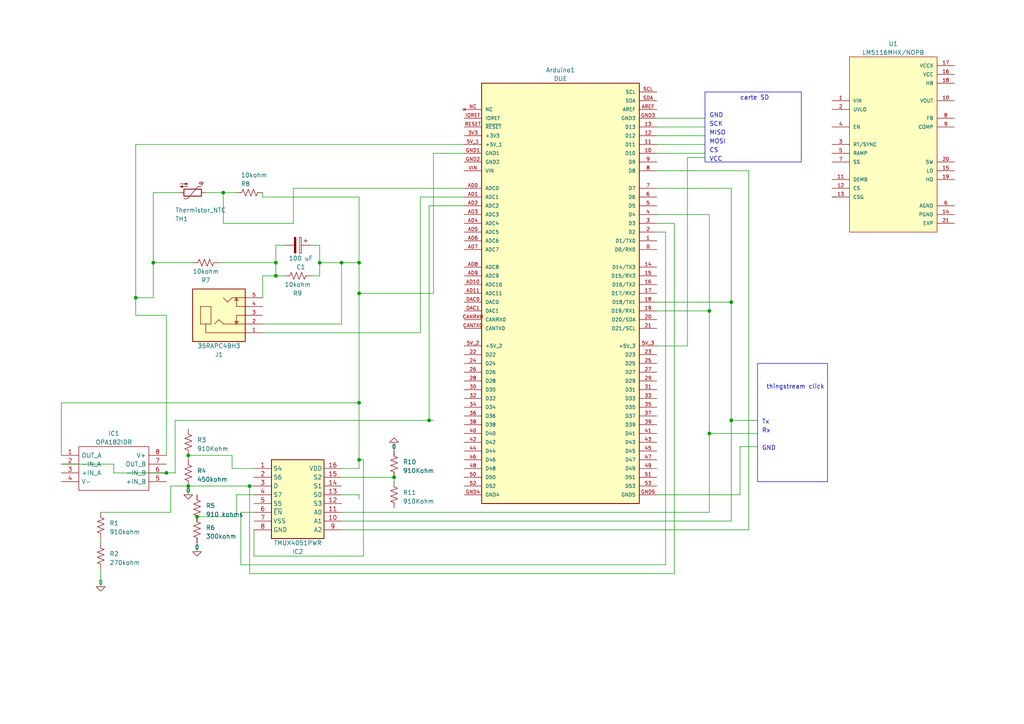
<source format=kicad_sch>
(kicad_sch (version 20230121) (generator eeschema)

  (uuid 96960094-0865-49b8-b28a-08d2375833ec)

  (paper "A4")

  (lib_symbols
    (symbol "35RAPC4BH3:35RAPC4BH3" (pin_names (offset 1.016) hide) (in_bom yes) (on_board yes)
      (property "Reference" "J" (at -7.62 7.62 0)
        (effects (font (size 1.27 1.27)) (justify left bottom))
      )
      (property "Value" "35RAPC4BH3" (at -7.62 -10.16 0)
        (effects (font (size 1.27 1.27)) (justify left bottom))
      )
      (property "Footprint" "SWITCHCRAFT_35RAPC4BH3" (at 0 0 0)
        (effects (font (size 1.27 1.27)) (justify left bottom) hide)
      )
      (property "Datasheet" "" (at 0 0 0)
        (effects (font (size 1.27 1.27)) (justify left bottom) hide)
      )
      (property "Package" "None" (at 0 0 0)
        (effects (font (size 1.27 1.27)) (justify left bottom) hide)
      )
      (property "MF" "Switchcraft Conxall" (at 0 0 0)
        (effects (font (size 1.27 1.27)) (justify left bottom) hide)
      )
      (property "Price" "None" (at 0 0 0)
        (effects (font (size 1.27 1.27)) (justify left bottom) hide)
      )
      (property "Purchase-URL" "https://pricing.snapeda.com/search/part/35RAPC4BH3/?ref=eda" (at 0 0 0)
        (effects (font (size 1.27 1.27)) (justify left bottom) hide)
      )
      (property "MP" "35RAPC4BH3" (at 0 0 0)
        (effects (font (size 1.27 1.27)) (justify left bottom) hide)
      )
      (property "Description" "\\n3.5mm Threaded Right Angle Stereo Jack\\n" (at 0 0 0)
        (effects (font (size 1.27 1.27)) (justify left bottom) hide)
      )
      (property "Availability" "In Stock" (at 0 0 0)
        (effects (font (size 1.27 1.27)) (justify left bottom) hide)
      )
      (property "ki_locked" "" (at 0 0 0)
        (effects (font (size 1.27 1.27)))
      )
      (symbol "35RAPC4BH3_0_0"
        (rectangle (start -7.62 -7.62) (end 7.62 7.62)
          (stroke (width 0.254) (type solid))
          (fill (type background))
        )
        (polyline
          (pts
            (xy -5.334 -2.54)
            (xy -2.286 -2.54)
          )
          (stroke (width 0.1524) (type solid))
          (fill (type none))
        )
        (polyline
          (pts
            (xy -5.334 2.54)
            (xy -5.334 -2.54)
          )
          (stroke (width 0.1524) (type solid))
          (fill (type none))
        )
        (polyline
          (pts
            (xy -3.81 2.54)
            (xy -5.334 2.54)
          )
          (stroke (width 0.1524) (type solid))
          (fill (type none))
        )
        (polyline
          (pts
            (xy -3.81 5.08)
            (xy -3.81 2.54)
          )
          (stroke (width 0.1524) (type solid))
          (fill (type none))
        )
        (polyline
          (pts
            (xy -2.286 -2.54)
            (xy -2.286 2.54)
          )
          (stroke (width 0.1524) (type solid))
          (fill (type none))
        )
        (polyline
          (pts
            (xy -2.286 2.54)
            (xy -3.81 2.54)
          )
          (stroke (width 0.1524) (type solid))
          (fill (type none))
        )
        (polyline
          (pts
            (xy 0 1.27)
            (xy -1.27 2.54)
          )
          (stroke (width 0.1524) (type solid))
          (fill (type none))
        )
        (polyline
          (pts
            (xy 1.27 -5.08)
            (xy 2.54 -3.81)
          )
          (stroke (width 0.1524) (type solid))
          (fill (type none))
        )
        (polyline
          (pts
            (xy 1.27 2.54)
            (xy 0 1.27)
          )
          (stroke (width 0.1524) (type solid))
          (fill (type none))
        )
        (polyline
          (pts
            (xy 2.54 -3.81)
            (xy 3.81 -5.08)
          )
          (stroke (width 0.1524) (type solid))
          (fill (type none))
        )
        (polyline
          (pts
            (xy 3.81 -5.08)
            (xy 5.08 -5.08)
          )
          (stroke (width 0.1524) (type solid))
          (fill (type none))
        )
        (polyline
          (pts
            (xy 4.572 -4.318)
            (xy 5.08 -5.08)
          )
          (stroke (width 0.1524) (type solid))
          (fill (type none))
        )
        (polyline
          (pts
            (xy 4.572 1.778)
            (xy 5.08 1.778)
          )
          (stroke (width 0.1524) (type solid))
          (fill (type none))
        )
        (polyline
          (pts
            (xy 5.08 -5.08)
            (xy 5.08 -4.318)
          )
          (stroke (width 0.1524) (type solid))
          (fill (type none))
        )
        (polyline
          (pts
            (xy 5.08 -5.08)
            (xy 5.588 -4.318)
          )
          (stroke (width 0.1524) (type solid))
          (fill (type none))
        )
        (polyline
          (pts
            (xy 5.08 -5.08)
            (xy 7.62 -5.08)
          )
          (stroke (width 0.1524) (type solid))
          (fill (type none))
        )
        (polyline
          (pts
            (xy 5.08 -4.318)
            (xy 4.572 -4.318)
          )
          (stroke (width 0.1524) (type solid))
          (fill (type none))
        )
        (polyline
          (pts
            (xy 5.08 -4.318)
            (xy 5.08 -2.54)
          )
          (stroke (width 0.1524) (type solid))
          (fill (type none))
        )
        (polyline
          (pts
            (xy 5.08 -2.54)
            (xy 7.62 -2.54)
          )
          (stroke (width 0.1524) (type solid))
          (fill (type none))
        )
        (polyline
          (pts
            (xy 5.08 0)
            (xy 7.62 0)
          )
          (stroke (width 0.1524) (type solid))
          (fill (type none))
        )
        (polyline
          (pts
            (xy 5.08 1.778)
            (xy 5.08 0)
          )
          (stroke (width 0.1524) (type solid))
          (fill (type none))
        )
        (polyline
          (pts
            (xy 5.08 1.778)
            (xy 5.08 2.54)
          )
          (stroke (width 0.1524) (type solid))
          (fill (type none))
        )
        (polyline
          (pts
            (xy 5.08 1.778)
            (xy 5.588 1.778)
          )
          (stroke (width 0.1524) (type solid))
          (fill (type none))
        )
        (polyline
          (pts
            (xy 5.08 2.54)
            (xy 1.27 2.54)
          )
          (stroke (width 0.1524) (type solid))
          (fill (type none))
        )
        (polyline
          (pts
            (xy 5.08 2.54)
            (xy 4.572 1.778)
          )
          (stroke (width 0.1524) (type solid))
          (fill (type none))
        )
        (polyline
          (pts
            (xy 5.588 -4.318)
            (xy 5.08 -4.318)
          )
          (stroke (width 0.1524) (type solid))
          (fill (type none))
        )
        (polyline
          (pts
            (xy 5.588 1.778)
            (xy 5.08 2.54)
          )
          (stroke (width 0.1524) (type solid))
          (fill (type none))
        )
        (polyline
          (pts
            (xy 7.62 2.54)
            (xy 5.08 2.54)
          )
          (stroke (width 0.1524) (type solid))
          (fill (type none))
        )
        (polyline
          (pts
            (xy 7.62 5.08)
            (xy -3.81 5.08)
          )
          (stroke (width 0.1524) (type solid))
          (fill (type none))
        )
        (pin passive line (at 12.7 5.08 180) (length 5.08)
          (name "~" (effects (font (size 1.016 1.016))))
          (number "1" (effects (font (size 1.016 1.016))))
        )
        (pin passive line (at 12.7 2.54 180) (length 5.08)
          (name "~" (effects (font (size 1.016 1.016))))
          (number "2" (effects (font (size 1.016 1.016))))
        )
        (pin passive line (at 12.7 0 180) (length 5.08)
          (name "~" (effects (font (size 1.016 1.016))))
          (number "3" (effects (font (size 1.016 1.016))))
        )
        (pin passive line (at 12.7 -2.54 180) (length 5.08)
          (name "~" (effects (font (size 1.016 1.016))))
          (number "4" (effects (font (size 1.016 1.016))))
        )
        (pin passive line (at 12.7 -5.08 180) (length 5.08)
          (name "~" (effects (font (size 1.016 1.016))))
          (number "5" (effects (font (size 1.016 1.016))))
        )
      )
    )
    (symbol "A000062:A000062" (pin_names (offset 1.016)) (in_bom yes) (on_board yes)
      (property "Reference" "U" (at -22.86 61.722 0)
        (effects (font (size 1.27 1.27)) (justify left bottom))
      )
      (property "Value" "A000062" (at -22.86 -63.5 0)
        (effects (font (size 1.27 1.27)) (justify left bottom))
      )
      (property "Footprint" "MODULE_A000062" (at 0 0 0)
        (effects (font (size 1.27 1.27)) (justify left bottom) hide)
      )
      (property "Datasheet" "" (at 0 0 0)
        (effects (font (size 1.27 1.27)) (justify left bottom) hide)
      )
      (property "Description" "\\nArduino Due (+headers) | A000062 Arduino Corporation Embedded System Development Boards & Kits AT91SAM3X8E - Arrow.com\\n" (at 0 0 0)
        (effects (font (size 1.27 1.27)) (justify left bottom) hide)
      )
      (property "Availability" "In Stock" (at 0 0 0)
        (effects (font (size 1.27 1.27)) (justify left bottom) hide)
      )
      (property "Price" "None" (at 0 0 0)
        (effects (font (size 1.27 1.27)) (justify left bottom) hide)
      )
      (property "MF" "Arduino" (at 0 0 0)
        (effects (font (size 1.27 1.27)) (justify left bottom) hide)
      )
      (property "Package" "None" (at 0 0 0)
        (effects (font (size 1.27 1.27)) (justify left bottom) hide)
      )
      (property "MP" "A000062" (at 0 0 0)
        (effects (font (size 1.27 1.27)) (justify left bottom) hide)
      )
      (property "Purchase-URL" "https://pricing.snapeda.com/search/part/A000062/?ref=eda" (at 0 0 0)
        (effects (font (size 1.27 1.27)) (justify left bottom) hide)
      )
      (property "ki_locked" "" (at 0 0 0)
        (effects (font (size 1.27 1.27)))
      )
      (symbol "A000062_0_0"
        (rectangle (start -22.86 -60.96) (end 22.86 60.96)
          (stroke (width 0.254) (type solid))
          (fill (type background))
        )
        (pin bidirectional line (at 27.94 12.7 180) (length 5.08)
          (name "D0/RX0" (effects (font (size 1.016 1.016))))
          (number "0" (effects (font (size 1.016 1.016))))
        )
        (pin bidirectional line (at 27.94 15.24 180) (length 5.08)
          (name "D1/TX0" (effects (font (size 1.016 1.016))))
          (number "1" (effects (font (size 1.016 1.016))))
        )
        (pin bidirectional line (at 27.94 40.64 180) (length 5.08)
          (name "D10" (effects (font (size 1.016 1.016))))
          (number "10" (effects (font (size 1.016 1.016))))
        )
        (pin bidirectional line (at 27.94 43.18 180) (length 5.08)
          (name "D11" (effects (font (size 1.016 1.016))))
          (number "11" (effects (font (size 1.016 1.016))))
        )
        (pin bidirectional line (at 27.94 45.72 180) (length 5.08)
          (name "D12" (effects (font (size 1.016 1.016))))
          (number "12" (effects (font (size 1.016 1.016))))
        )
        (pin bidirectional line (at 27.94 48.26 180) (length 5.08)
          (name "D13" (effects (font (size 1.016 1.016))))
          (number "13" (effects (font (size 1.016 1.016))))
        )
        (pin bidirectional line (at 27.94 7.62 180) (length 5.08)
          (name "D14/TX3" (effects (font (size 1.016 1.016))))
          (number "14" (effects (font (size 1.016 1.016))))
        )
        (pin bidirectional line (at 27.94 5.08 180) (length 5.08)
          (name "D15/RX3" (effects (font (size 1.016 1.016))))
          (number "15" (effects (font (size 1.016 1.016))))
        )
        (pin bidirectional line (at 27.94 2.54 180) (length 5.08)
          (name "D16/TX2" (effects (font (size 1.016 1.016))))
          (number "16" (effects (font (size 1.016 1.016))))
        )
        (pin bidirectional line (at 27.94 0 180) (length 5.08)
          (name "D17/RX2" (effects (font (size 1.016 1.016))))
          (number "17" (effects (font (size 1.016 1.016))))
        )
        (pin bidirectional line (at 27.94 -2.54 180) (length 5.08)
          (name "D18/TX1" (effects (font (size 1.016 1.016))))
          (number "18" (effects (font (size 1.016 1.016))))
        )
        (pin bidirectional line (at 27.94 -5.08 180) (length 5.08)
          (name "D19/RX1" (effects (font (size 1.016 1.016))))
          (number "19" (effects (font (size 1.016 1.016))))
        )
        (pin bidirectional line (at 27.94 17.78 180) (length 5.08)
          (name "D2" (effects (font (size 1.016 1.016))))
          (number "2" (effects (font (size 1.016 1.016))))
        )
        (pin bidirectional line (at 27.94 -7.62 180) (length 5.08)
          (name "D20/SDA" (effects (font (size 1.016 1.016))))
          (number "20" (effects (font (size 1.016 1.016))))
        )
        (pin bidirectional line (at 27.94 -10.16 180) (length 5.08)
          (name "D21/SCL" (effects (font (size 1.016 1.016))))
          (number "21" (effects (font (size 1.016 1.016))))
        )
        (pin bidirectional line (at -27.94 -17.78 0) (length 5.08)
          (name "D22" (effects (font (size 1.016 1.016))))
          (number "22" (effects (font (size 1.016 1.016))))
        )
        (pin bidirectional line (at 27.94 -17.78 180) (length 5.08)
          (name "D23" (effects (font (size 1.016 1.016))))
          (number "23" (effects (font (size 1.016 1.016))))
        )
        (pin bidirectional line (at -27.94 -20.32 0) (length 5.08)
          (name "D24" (effects (font (size 1.016 1.016))))
          (number "24" (effects (font (size 1.016 1.016))))
        )
        (pin bidirectional line (at 27.94 -20.32 180) (length 5.08)
          (name "D25" (effects (font (size 1.016 1.016))))
          (number "25" (effects (font (size 1.016 1.016))))
        )
        (pin bidirectional line (at -27.94 -22.86 0) (length 5.08)
          (name "D26" (effects (font (size 1.016 1.016))))
          (number "26" (effects (font (size 1.016 1.016))))
        )
        (pin bidirectional line (at 27.94 -22.86 180) (length 5.08)
          (name "D27" (effects (font (size 1.016 1.016))))
          (number "27" (effects (font (size 1.016 1.016))))
        )
        (pin bidirectional line (at -27.94 -25.4 0) (length 5.08)
          (name "D28" (effects (font (size 1.016 1.016))))
          (number "28" (effects (font (size 1.016 1.016))))
        )
        (pin bidirectional line (at 27.94 -25.4 180) (length 5.08)
          (name "D29" (effects (font (size 1.016 1.016))))
          (number "29" (effects (font (size 1.016 1.016))))
        )
        (pin bidirectional line (at 27.94 20.32 180) (length 5.08)
          (name "D3" (effects (font (size 1.016 1.016))))
          (number "3" (effects (font (size 1.016 1.016))))
        )
        (pin bidirectional line (at -27.94 -27.94 0) (length 5.08)
          (name "D30" (effects (font (size 1.016 1.016))))
          (number "30" (effects (font (size 1.016 1.016))))
        )
        (pin bidirectional line (at 27.94 -27.94 180) (length 5.08)
          (name "D31" (effects (font (size 1.016 1.016))))
          (number "31" (effects (font (size 1.016 1.016))))
        )
        (pin bidirectional line (at -27.94 -30.48 0) (length 5.08)
          (name "D32" (effects (font (size 1.016 1.016))))
          (number "32" (effects (font (size 1.016 1.016))))
        )
        (pin bidirectional line (at 27.94 -30.48 180) (length 5.08)
          (name "D33" (effects (font (size 1.016 1.016))))
          (number "33" (effects (font (size 1.016 1.016))))
        )
        (pin bidirectional line (at -27.94 -33.02 0) (length 5.08)
          (name "D34" (effects (font (size 1.016 1.016))))
          (number "34" (effects (font (size 1.016 1.016))))
        )
        (pin bidirectional line (at 27.94 -33.02 180) (length 5.08)
          (name "D35" (effects (font (size 1.016 1.016))))
          (number "35" (effects (font (size 1.016 1.016))))
        )
        (pin bidirectional line (at -27.94 -35.56 0) (length 5.08)
          (name "D36" (effects (font (size 1.016 1.016))))
          (number "36" (effects (font (size 1.016 1.016))))
        )
        (pin bidirectional line (at 27.94 -35.56 180) (length 5.08)
          (name "D37" (effects (font (size 1.016 1.016))))
          (number "37" (effects (font (size 1.016 1.016))))
        )
        (pin bidirectional line (at -27.94 -38.1 0) (length 5.08)
          (name "D38" (effects (font (size 1.016 1.016))))
          (number "38" (effects (font (size 1.016 1.016))))
        )
        (pin bidirectional line (at 27.94 -38.1 180) (length 5.08)
          (name "D39" (effects (font (size 1.016 1.016))))
          (number "39" (effects (font (size 1.016 1.016))))
        )
        (pin power_in line (at -27.94 45.72 0) (length 5.08)
          (name "+3V3" (effects (font (size 1.016 1.016))))
          (number "3V3" (effects (font (size 1.016 1.016))))
        )
        (pin bidirectional line (at 27.94 22.86 180) (length 5.08)
          (name "D4" (effects (font (size 1.016 1.016))))
          (number "4" (effects (font (size 1.016 1.016))))
        )
        (pin bidirectional line (at -27.94 -40.64 0) (length 5.08)
          (name "D40" (effects (font (size 1.016 1.016))))
          (number "40" (effects (font (size 1.016 1.016))))
        )
        (pin bidirectional line (at 27.94 -40.64 180) (length 5.08)
          (name "D41" (effects (font (size 1.016 1.016))))
          (number "41" (effects (font (size 1.016 1.016))))
        )
        (pin bidirectional line (at -27.94 -43.18 0) (length 5.08)
          (name "D42" (effects (font (size 1.016 1.016))))
          (number "42" (effects (font (size 1.016 1.016))))
        )
        (pin bidirectional line (at 27.94 -43.18 180) (length 5.08)
          (name "D43" (effects (font (size 1.016 1.016))))
          (number "43" (effects (font (size 1.016 1.016))))
        )
        (pin bidirectional line (at -27.94 -45.72 0) (length 5.08)
          (name "D44" (effects (font (size 1.016 1.016))))
          (number "44" (effects (font (size 1.016 1.016))))
        )
        (pin bidirectional line (at 27.94 -45.72 180) (length 5.08)
          (name "D45" (effects (font (size 1.016 1.016))))
          (number "45" (effects (font (size 1.016 1.016))))
        )
        (pin bidirectional line (at -27.94 -48.26 0) (length 5.08)
          (name "D46" (effects (font (size 1.016 1.016))))
          (number "46" (effects (font (size 1.016 1.016))))
        )
        (pin bidirectional line (at 27.94 -48.26 180) (length 5.08)
          (name "D47" (effects (font (size 1.016 1.016))))
          (number "47" (effects (font (size 1.016 1.016))))
        )
        (pin bidirectional line (at -27.94 -50.8 0) (length 5.08)
          (name "D48" (effects (font (size 1.016 1.016))))
          (number "48" (effects (font (size 1.016 1.016))))
        )
        (pin bidirectional line (at 27.94 -50.8 180) (length 5.08)
          (name "D49" (effects (font (size 1.016 1.016))))
          (number "49" (effects (font (size 1.016 1.016))))
        )
        (pin bidirectional line (at 27.94 25.4 180) (length 5.08)
          (name "D5" (effects (font (size 1.016 1.016))))
          (number "5" (effects (font (size 1.016 1.016))))
        )
        (pin bidirectional line (at -27.94 -53.34 0) (length 5.08)
          (name "D50" (effects (font (size 1.016 1.016))))
          (number "50" (effects (font (size 1.016 1.016))))
        )
        (pin bidirectional line (at 27.94 -53.34 180) (length 5.08)
          (name "D51" (effects (font (size 1.016 1.016))))
          (number "51" (effects (font (size 1.016 1.016))))
        )
        (pin bidirectional line (at -27.94 -55.88 0) (length 5.08)
          (name "D52" (effects (font (size 1.016 1.016))))
          (number "52" (effects (font (size 1.016 1.016))))
        )
        (pin bidirectional line (at 27.94 -55.88 180) (length 5.08)
          (name "D53" (effects (font (size 1.016 1.016))))
          (number "53" (effects (font (size 1.016 1.016))))
        )
        (pin power_in line (at -27.94 43.18 0) (length 5.08)
          (name "+5V_1" (effects (font (size 1.016 1.016))))
          (number "5V_1" (effects (font (size 1.016 1.016))))
        )
        (pin power_in line (at -27.94 -15.24 0) (length 5.08)
          (name "+5V_2" (effects (font (size 1.016 1.016))))
          (number "5V_2" (effects (font (size 1.016 1.016))))
        )
        (pin power_in line (at 27.94 -15.24 180) (length 5.08)
          (name "+5V_3" (effects (font (size 1.016 1.016))))
          (number "5V_3" (effects (font (size 1.016 1.016))))
        )
        (pin bidirectional line (at 27.94 27.94 180) (length 5.08)
          (name "D6" (effects (font (size 1.016 1.016))))
          (number "6" (effects (font (size 1.016 1.016))))
        )
        (pin bidirectional line (at 27.94 30.48 180) (length 5.08)
          (name "D7" (effects (font (size 1.016 1.016))))
          (number "7" (effects (font (size 1.016 1.016))))
        )
        (pin bidirectional line (at 27.94 35.56 180) (length 5.08)
          (name "D8" (effects (font (size 1.016 1.016))))
          (number "8" (effects (font (size 1.016 1.016))))
        )
        (pin bidirectional line (at 27.94 38.1 180) (length 5.08)
          (name "D9" (effects (font (size 1.016 1.016))))
          (number "9" (effects (font (size 1.016 1.016))))
        )
        (pin bidirectional line (at -27.94 30.48 0) (length 5.08)
          (name "ADC0" (effects (font (size 1.016 1.016))))
          (number "AD0" (effects (font (size 1.016 1.016))))
        )
        (pin bidirectional line (at -27.94 27.94 0) (length 5.08)
          (name "ADC1" (effects (font (size 1.016 1.016))))
          (number "AD1" (effects (font (size 1.016 1.016))))
        )
        (pin bidirectional line (at -27.94 2.54 0) (length 5.08)
          (name "ADC10" (effects (font (size 1.016 1.016))))
          (number "AD10" (effects (font (size 1.016 1.016))))
        )
        (pin bidirectional line (at -27.94 0 0) (length 5.08)
          (name "ADC11" (effects (font (size 1.016 1.016))))
          (number "AD11" (effects (font (size 1.016 1.016))))
        )
        (pin bidirectional line (at -27.94 25.4 0) (length 5.08)
          (name "ADC2" (effects (font (size 1.016 1.016))))
          (number "AD2" (effects (font (size 1.016 1.016))))
        )
        (pin bidirectional line (at -27.94 22.86 0) (length 5.08)
          (name "ADC3" (effects (font (size 1.016 1.016))))
          (number "AD3" (effects (font (size 1.016 1.016))))
        )
        (pin bidirectional line (at -27.94 20.32 0) (length 5.08)
          (name "ADC4" (effects (font (size 1.016 1.016))))
          (number "AD4" (effects (font (size 1.016 1.016))))
        )
        (pin bidirectional line (at -27.94 17.78 0) (length 5.08)
          (name "ADC5" (effects (font (size 1.016 1.016))))
          (number "AD5" (effects (font (size 1.016 1.016))))
        )
        (pin bidirectional line (at -27.94 15.24 0) (length 5.08)
          (name "ADC6" (effects (font (size 1.016 1.016))))
          (number "AD6" (effects (font (size 1.016 1.016))))
        )
        (pin bidirectional line (at -27.94 12.7 0) (length 5.08)
          (name "ADC7" (effects (font (size 1.016 1.016))))
          (number "AD7" (effects (font (size 1.016 1.016))))
        )
        (pin bidirectional line (at -27.94 7.62 0) (length 5.08)
          (name "ADC8" (effects (font (size 1.016 1.016))))
          (number "AD8" (effects (font (size 1.016 1.016))))
        )
        (pin bidirectional line (at -27.94 5.08 0) (length 5.08)
          (name "ADC9" (effects (font (size 1.016 1.016))))
          (number "AD9" (effects (font (size 1.016 1.016))))
        )
        (pin input line (at 27.94 53.34 180) (length 5.08)
          (name "AREF" (effects (font (size 1.016 1.016))))
          (number "AREF" (effects (font (size 1.016 1.016))))
        )
        (pin bidirectional line (at -27.94 -7.62 0) (length 5.08)
          (name "CANRX0" (effects (font (size 1.016 1.016))))
          (number "CANRX0" (effects (font (size 1.016 1.016))))
        )
        (pin bidirectional line (at -27.94 -10.16 0) (length 5.08)
          (name "CANTX0" (effects (font (size 1.016 1.016))))
          (number "CANTX0" (effects (font (size 1.016 1.016))))
        )
        (pin bidirectional line (at -27.94 -2.54 0) (length 5.08)
          (name "DAC0" (effects (font (size 1.016 1.016))))
          (number "DAC0" (effects (font (size 1.016 1.016))))
        )
        (pin bidirectional line (at -27.94 -5.08 0) (length 5.08)
          (name "DAC1" (effects (font (size 1.016 1.016))))
          (number "DAC1" (effects (font (size 1.016 1.016))))
        )
        (pin power_in line (at -27.94 40.64 0) (length 5.08)
          (name "GND1" (effects (font (size 1.016 1.016))))
          (number "GND1" (effects (font (size 1.016 1.016))))
        )
        (pin power_in line (at -27.94 38.1 0) (length 5.08)
          (name "GND2" (effects (font (size 1.016 1.016))))
          (number "GND2" (effects (font (size 1.016 1.016))))
        )
        (pin power_in line (at 27.94 50.8 180) (length 5.08)
          (name "GND3" (effects (font (size 1.016 1.016))))
          (number "GND3" (effects (font (size 1.016 1.016))))
        )
        (pin power_in line (at -27.94 -58.42 0) (length 5.08)
          (name "GND4" (effects (font (size 1.016 1.016))))
          (number "GND4" (effects (font (size 1.016 1.016))))
        )
        (pin power_in line (at 27.94 -58.42 180) (length 5.08)
          (name "GND5" (effects (font (size 1.016 1.016))))
          (number "GND5" (effects (font (size 1.016 1.016))))
        )
        (pin bidirectional line (at -27.94 50.8 0) (length 5.08)
          (name "IOREF" (effects (font (size 1.016 1.016))))
          (number "IOREF" (effects (font (size 1.016 1.016))))
        )
        (pin no_connect line (at -27.94 53.34 0) (length 5.08)
          (name "NC" (effects (font (size 1.016 1.016))))
          (number "NC" (effects (font (size 1.016 1.016))))
        )
        (pin input line (at -27.94 48.26 0) (length 5.08)
          (name "~{RESET}" (effects (font (size 1.016 1.016))))
          (number "RESET" (effects (font (size 1.016 1.016))))
        )
        (pin bidirectional line (at 27.94 58.42 180) (length 5.08)
          (name "SCL" (effects (font (size 1.016 1.016))))
          (number "SCL" (effects (font (size 1.016 1.016))))
        )
        (pin bidirectional line (at 27.94 55.88 180) (length 5.08)
          (name "SDA" (effects (font (size 1.016 1.016))))
          (number "SDA" (effects (font (size 1.016 1.016))))
        )
        (pin input line (at -27.94 35.56 0) (length 5.08)
          (name "VIN" (effects (font (size 1.016 1.016))))
          (number "VIN" (effects (font (size 1.016 1.016))))
        )
      )
    )
    (symbol "Device:C_Polarized" (pin_numbers hide) (pin_names (offset 0.254)) (in_bom yes) (on_board yes)
      (property "Reference" "C" (at 0.635 2.54 0)
        (effects (font (size 1.27 1.27)) (justify left))
      )
      (property "Value" "C_Polarized" (at 0.635 -2.54 0)
        (effects (font (size 1.27 1.27)) (justify left))
      )
      (property "Footprint" "" (at 0.9652 -3.81 0)
        (effects (font (size 1.27 1.27)) hide)
      )
      (property "Datasheet" "~" (at 0 0 0)
        (effects (font (size 1.27 1.27)) hide)
      )
      (property "ki_keywords" "cap capacitor" (at 0 0 0)
        (effects (font (size 1.27 1.27)) hide)
      )
      (property "ki_description" "Polarized capacitor" (at 0 0 0)
        (effects (font (size 1.27 1.27)) hide)
      )
      (property "ki_fp_filters" "CP_*" (at 0 0 0)
        (effects (font (size 1.27 1.27)) hide)
      )
      (symbol "C_Polarized_0_1"
        (rectangle (start -2.286 0.508) (end 2.286 1.016)
          (stroke (width 0) (type default))
          (fill (type none))
        )
        (polyline
          (pts
            (xy -1.778 2.286)
            (xy -0.762 2.286)
          )
          (stroke (width 0) (type default))
          (fill (type none))
        )
        (polyline
          (pts
            (xy -1.27 2.794)
            (xy -1.27 1.778)
          )
          (stroke (width 0) (type default))
          (fill (type none))
        )
        (rectangle (start 2.286 -0.508) (end -2.286 -1.016)
          (stroke (width 0) (type default))
          (fill (type outline))
        )
      )
      (symbol "C_Polarized_1_1"
        (pin passive line (at 0 3.81 270) (length 2.794)
          (name "~" (effects (font (size 1.27 1.27))))
          (number "1" (effects (font (size 1.27 1.27))))
        )
        (pin passive line (at 0 -3.81 90) (length 2.794)
          (name "~" (effects (font (size 1.27 1.27))))
          (number "2" (effects (font (size 1.27 1.27))))
        )
      )
    )
    (symbol "Device:R_US" (pin_numbers hide) (pin_names (offset 0)) (in_bom yes) (on_board yes)
      (property "Reference" "R" (at 2.54 0 90)
        (effects (font (size 1.27 1.27)))
      )
      (property "Value" "R_US" (at -2.54 0 90)
        (effects (font (size 1.27 1.27)))
      )
      (property "Footprint" "" (at 1.016 -0.254 90)
        (effects (font (size 1.27 1.27)) hide)
      )
      (property "Datasheet" "~" (at 2.54 -1.27 0)
        (effects (font (size 1.27 1.27)) hide)
      )
      (property "ki_keywords" "R res resistor" (at 0 0 0)
        (effects (font (size 1.27 1.27)) hide)
      )
      (property "ki_description" "Resistor, US symbol" (at 0 0 0)
        (effects (font (size 1.27 1.27)) hide)
      )
      (property "ki_fp_filters" "R_*" (at 0 0 0)
        (effects (font (size 1.27 1.27)) hide)
      )
      (symbol "R_US_0_1"
        (polyline
          (pts
            (xy 0 -2.286)
            (xy 0 -2.54)
          )
          (stroke (width 0) (type default))
          (fill (type none))
        )
        (polyline
          (pts
            (xy 0 2.286)
            (xy 0 2.54)
          )
          (stroke (width 0) (type default))
          (fill (type none))
        )
        (polyline
          (pts
            (xy 0 -0.762)
            (xy 1.016 -1.143)
            (xy 0 -1.524)
            (xy -1.016 -1.905)
            (xy 0 -2.286)
          )
          (stroke (width 0) (type default))
          (fill (type none))
        )
        (polyline
          (pts
            (xy 0 0.762)
            (xy 1.016 0.381)
            (xy 0 0)
            (xy -1.016 -0.381)
            (xy 0 -0.762)
          )
          (stroke (width 0) (type default))
          (fill (type none))
        )
        (polyline
          (pts
            (xy 0 2.286)
            (xy 1.016 1.905)
            (xy 0 1.524)
            (xy -1.016 1.143)
            (xy 0 0.762)
          )
          (stroke (width 0) (type default))
          (fill (type none))
        )
      )
      (symbol "R_US_1_1"
        (pin passive line (at 0 3.81 270) (length 1.27)
          (name "~" (effects (font (size 1.27 1.27))))
          (number "1" (effects (font (size 1.27 1.27))))
        )
        (pin passive line (at 0 -3.81 90) (length 1.27)
          (name "~" (effects (font (size 1.27 1.27))))
          (number "2" (effects (font (size 1.27 1.27))))
        )
      )
    )
    (symbol "Device:Thermistor_NTC" (pin_numbers hide) (pin_names (offset 0)) (in_bom yes) (on_board yes)
      (property "Reference" "TH" (at -4.445 0 90)
        (effects (font (size 1.27 1.27)))
      )
      (property "Value" "Thermistor_NTC" (at 3.175 0 90)
        (effects (font (size 1.27 1.27)))
      )
      (property "Footprint" "" (at 0 1.27 0)
        (effects (font (size 1.27 1.27)) hide)
      )
      (property "Datasheet" "~" (at 0 1.27 0)
        (effects (font (size 1.27 1.27)) hide)
      )
      (property "ki_keywords" "thermistor NTC resistor sensor RTD" (at 0 0 0)
        (effects (font (size 1.27 1.27)) hide)
      )
      (property "ki_description" "Temperature dependent resistor, negative temperature coefficient" (at 0 0 0)
        (effects (font (size 1.27 1.27)) hide)
      )
      (property "ki_fp_filters" "*NTC* *Thermistor* PIN?ARRAY* bornier* *Terminal?Block* R_*" (at 0 0 0)
        (effects (font (size 1.27 1.27)) hide)
      )
      (symbol "Thermistor_NTC_0_1"
        (arc (start -3.048 2.159) (mid -3.0495 2.3143) (end -3.175 2.413)
          (stroke (width 0) (type default))
          (fill (type none))
        )
        (arc (start -3.048 2.159) (mid -2.9736 1.9794) (end -2.794 1.905)
          (stroke (width 0) (type default))
          (fill (type none))
        )
        (arc (start -3.048 2.794) (mid -2.9736 2.6144) (end -2.794 2.54)
          (stroke (width 0) (type default))
          (fill (type none))
        )
        (arc (start -2.794 1.905) (mid -2.6144 1.9794) (end -2.54 2.159)
          (stroke (width 0) (type default))
          (fill (type none))
        )
        (arc (start -2.794 2.54) (mid -2.4393 2.5587) (end -2.159 2.794)
          (stroke (width 0) (type default))
          (fill (type none))
        )
        (arc (start -2.794 3.048) (mid -2.9736 2.9736) (end -3.048 2.794)
          (stroke (width 0) (type default))
          (fill (type none))
        )
        (arc (start -2.54 2.794) (mid -2.6144 2.9736) (end -2.794 3.048)
          (stroke (width 0) (type default))
          (fill (type none))
        )
        (rectangle (start -1.016 2.54) (end 1.016 -2.54)
          (stroke (width 0.254) (type default))
          (fill (type none))
        )
        (polyline
          (pts
            (xy -2.54 2.159)
            (xy -2.54 2.794)
          )
          (stroke (width 0) (type default))
          (fill (type none))
        )
        (polyline
          (pts
            (xy -1.778 2.54)
            (xy -1.778 1.524)
            (xy 1.778 -1.524)
            (xy 1.778 -2.54)
          )
          (stroke (width 0) (type default))
          (fill (type none))
        )
        (polyline
          (pts
            (xy -2.54 -3.683)
            (xy -2.54 -1.397)
            (xy -2.794 -2.159)
            (xy -2.286 -2.159)
            (xy -2.54 -1.397)
            (xy -2.54 -1.651)
          )
          (stroke (width 0) (type default))
          (fill (type outline))
        )
        (polyline
          (pts
            (xy -1.778 -1.397)
            (xy -1.778 -3.683)
            (xy -2.032 -2.921)
            (xy -1.524 -2.921)
            (xy -1.778 -3.683)
            (xy -1.778 -3.429)
          )
          (stroke (width 0) (type default))
          (fill (type outline))
        )
      )
      (symbol "Thermistor_NTC_1_1"
        (pin passive line (at 0 3.81 270) (length 1.27)
          (name "~" (effects (font (size 1.27 1.27))))
          (number "1" (effects (font (size 1.27 1.27))))
        )
        (pin passive line (at 0 -3.81 90) (length 1.27)
          (name "~" (effects (font (size 1.27 1.27))))
          (number "2" (effects (font (size 1.27 1.27))))
        )
      )
    )
    (symbol "LM5116MHX_NOPB:LM5116MHX/NOPB" (pin_names (offset 1.016)) (in_bom yes) (on_board yes)
      (property "Reference" "U" (at -12.7 26.67 0)
        (effects (font (size 1.27 1.27)) (justify left bottom))
      )
      (property "Value" "LM5116MHX/NOPB" (at -12.7 -27.94 0)
        (effects (font (size 1.27 1.27)) (justify left bottom))
      )
      (property "Footprint" "SOP65P640X110-21N" (at 0 0 0)
        (effects (font (size 1.27 1.27)) (justify left bottom) hide)
      )
      (property "Datasheet" "" (at 0 0 0)
        (effects (font (size 1.27 1.27)) (justify left bottom) hide)
      )
      (property "MP" "LM5116MHX/NOPB" (at 0 0 0)
        (effects (font (size 1.27 1.27)) (justify left bottom) hide)
      )
      (property "Description" "\\n6-100V Wide Vin, Current Mode Synchronous Buck Controller\\n" (at 0 0 0)
        (effects (font (size 1.27 1.27)) (justify left bottom) hide)
      )
      (property "Price" "None" (at 0 0 0)
        (effects (font (size 1.27 1.27)) (justify left bottom) hide)
      )
      (property "MF" "Texas Instruments" (at 0 0 0)
        (effects (font (size 1.27 1.27)) (justify left bottom) hide)
      )
      (property "Availability" "In Stock" (at 0 0 0)
        (effects (font (size 1.27 1.27)) (justify left bottom) hide)
      )
      (property "Purchase-URL" "https://pricing.snapeda.com/search/part/LM5116MHX/NOPB/?ref=eda" (at 0 0 0)
        (effects (font (size 1.27 1.27)) (justify left bottom) hide)
      )
      (property "Package" "HTSSOP-20 Texas Instruments" (at 0 0 0)
        (effects (font (size 1.27 1.27)) (justify left bottom) hide)
      )
      (property "ki_locked" "" (at 0 0 0)
        (effects (font (size 1.27 1.27)))
      )
      (symbol "LM5116MHX/NOPB_0_0"
        (rectangle (start -12.7 -25.4) (end 12.7 25.4)
          (stroke (width 0.1524) (type solid))
          (fill (type background))
        )
        (pin input line (at -17.78 12.7 0) (length 5.08)
          (name "VIN" (effects (font (size 1.016 1.016))))
          (number "1" (effects (font (size 1.016 1.016))))
        )
        (pin output line (at 17.78 12.7 180) (length 5.08)
          (name "VOUT" (effects (font (size 1.016 1.016))))
          (number "10" (effects (font (size 1.016 1.016))))
        )
        (pin input line (at -17.78 -10.16 0) (length 5.08)
          (name "DEMB" (effects (font (size 1.016 1.016))))
          (number "11" (effects (font (size 1.016 1.016))))
        )
        (pin input line (at -17.78 -12.7 0) (length 5.08)
          (name "CS" (effects (font (size 1.016 1.016))))
          (number "12" (effects (font (size 1.016 1.016))))
        )
        (pin input line (at -17.78 -15.24 0) (length 5.08)
          (name "CSG" (effects (font (size 1.016 1.016))))
          (number "13" (effects (font (size 1.016 1.016))))
        )
        (pin power_in line (at 17.78 -20.32 180) (length 5.08)
          (name "PGND" (effects (font (size 1.016 1.016))))
          (number "14" (effects (font (size 1.016 1.016))))
        )
        (pin output line (at 17.78 -7.62 180) (length 5.08)
          (name "LO" (effects (font (size 1.016 1.016))))
          (number "15" (effects (font (size 1.016 1.016))))
        )
        (pin power_in line (at 17.78 20.32 180) (length 5.08)
          (name "VCC" (effects (font (size 1.016 1.016))))
          (number "16" (effects (font (size 1.016 1.016))))
        )
        (pin power_in line (at 17.78 22.86 180) (length 5.08)
          (name "VCCX" (effects (font (size 1.016 1.016))))
          (number "17" (effects (font (size 1.016 1.016))))
        )
        (pin power_in line (at 17.78 17.78 180) (length 5.08)
          (name "HB" (effects (font (size 1.016 1.016))))
          (number "18" (effects (font (size 1.016 1.016))))
        )
        (pin output line (at 17.78 -10.16 180) (length 5.08)
          (name "HO" (effects (font (size 1.016 1.016))))
          (number "19" (effects (font (size 1.016 1.016))))
        )
        (pin input line (at -17.78 10.16 0) (length 5.08)
          (name "UVLO" (effects (font (size 1.016 1.016))))
          (number "2" (effects (font (size 1.016 1.016))))
        )
        (pin output line (at 17.78 -5.08 180) (length 5.08)
          (name "SW" (effects (font (size 1.016 1.016))))
          (number "20" (effects (font (size 1.016 1.016))))
        )
        (pin power_in line (at 17.78 -22.86 180) (length 5.08)
          (name "EXP" (effects (font (size 1.016 1.016))))
          (number "21" (effects (font (size 1.016 1.016))))
        )
        (pin input line (at -17.78 0 0) (length 5.08)
          (name "RT/SYNC" (effects (font (size 1.016 1.016))))
          (number "3" (effects (font (size 1.016 1.016))))
        )
        (pin input line (at -17.78 5.08 0) (length 5.08)
          (name "EN" (effects (font (size 1.016 1.016))))
          (number "4" (effects (font (size 1.016 1.016))))
        )
        (pin input line (at -17.78 -2.54 0) (length 5.08)
          (name "RAMP" (effects (font (size 1.016 1.016))))
          (number "5" (effects (font (size 1.016 1.016))))
        )
        (pin power_in line (at 17.78 -17.78 180) (length 5.08)
          (name "AGND" (effects (font (size 1.016 1.016))))
          (number "6" (effects (font (size 1.016 1.016))))
        )
        (pin input line (at -17.78 -5.08 0) (length 5.08)
          (name "SS" (effects (font (size 1.016 1.016))))
          (number "7" (effects (font (size 1.016 1.016))))
        )
        (pin input line (at 17.78 7.62 180) (length 5.08)
          (name "FB" (effects (font (size 1.016 1.016))))
          (number "8" (effects (font (size 1.016 1.016))))
        )
        (pin output line (at 17.78 5.08 180) (length 5.08)
          (name "COMP" (effects (font (size 1.016 1.016))))
          (number "9" (effects (font (size 1.016 1.016))))
        )
      )
    )
    (symbol "OPA182IDR:OPA182IDR" (pin_names (offset 0.762)) (in_bom yes) (on_board yes)
      (property "Reference" "IC" (at 26.67 7.62 0)
        (effects (font (size 1.27 1.27)) (justify left))
      )
      (property "Value" "OPA182IDR" (at 26.67 5.08 0)
        (effects (font (size 1.27 1.27)) (justify left))
      )
      (property "Footprint" "SOIC127P600X175-8N" (at 26.67 2.54 0)
        (effects (font (size 1.27 1.27)) (justify left) hide)
      )
      (property "Datasheet" "https://www.mouser.tw/ProductDetail/595-OPA182IDR" (at 26.67 0 0)
        (effects (font (size 1.27 1.27)) (justify left) hide)
      )
      (property "Description" "Precision Amplifiers" (at 26.67 -2.54 0)
        (effects (font (size 1.27 1.27)) (justify left) hide)
      )
      (property "Height" "1.75" (at 26.67 -5.08 0)
        (effects (font (size 1.27 1.27)) (justify left) hide)
      )
      (property "Mouser Part Number" "595-OPA182IDR" (at 26.67 -7.62 0)
        (effects (font (size 1.27 1.27)) (justify left) hide)
      )
      (property "Mouser Price/Stock" "https://www.mouser.co.uk/ProductDetail/Texas-Instruments/OPA182IDR?qs=doiCPypUmgG9l%252BowAp%252BenA%3D%3D" (at 26.67 -10.16 0)
        (effects (font (size 1.27 1.27)) (justify left) hide)
      )
      (property "Manufacturer_Name" "Texas Instruments" (at 26.67 -12.7 0)
        (effects (font (size 1.27 1.27)) (justify left) hide)
      )
      (property "Manufacturer_Part_Number" "OPA182IDR" (at 26.67 -15.24 0)
        (effects (font (size 1.27 1.27)) (justify left) hide)
      )
      (property "ki_description" "Precision Amplifiers" (at 0 0 0)
        (effects (font (size 1.27 1.27)) hide)
      )
      (symbol "OPA182IDR_0_0"
        (pin passive line (at 0 0 0) (length 5.08)
          (name "OUT_A" (effects (font (size 1.27 1.27))))
          (number "1" (effects (font (size 1.27 1.27))))
        )
        (pin passive line (at 0 -2.54 0) (length 5.08)
          (name "-IN_A" (effects (font (size 1.27 1.27))))
          (number "2" (effects (font (size 1.27 1.27))))
        )
        (pin passive line (at 0 -5.08 0) (length 5.08)
          (name "+IN_A" (effects (font (size 1.27 1.27))))
          (number "3" (effects (font (size 1.27 1.27))))
        )
        (pin passive line (at 0 -7.62 0) (length 5.08)
          (name "V-" (effects (font (size 1.27 1.27))))
          (number "4" (effects (font (size 1.27 1.27))))
        )
        (pin passive line (at 30.48 -7.62 180) (length 5.08)
          (name "+IN_B" (effects (font (size 1.27 1.27))))
          (number "5" (effects (font (size 1.27 1.27))))
        )
        (pin passive line (at 30.48 -5.08 180) (length 5.08)
          (name "-IN_B" (effects (font (size 1.27 1.27))))
          (number "6" (effects (font (size 1.27 1.27))))
        )
        (pin passive line (at 30.48 -2.54 180) (length 5.08)
          (name "OUT_B" (effects (font (size 1.27 1.27))))
          (number "7" (effects (font (size 1.27 1.27))))
        )
        (pin passive line (at 30.48 0 180) (length 5.08)
          (name "V+" (effects (font (size 1.27 1.27))))
          (number "8" (effects (font (size 1.27 1.27))))
        )
      )
      (symbol "OPA182IDR_0_1"
        (polyline
          (pts
            (xy 5.08 2.54)
            (xy 25.4 2.54)
            (xy 25.4 -10.16)
            (xy 5.08 -10.16)
            (xy 5.08 2.54)
          )
          (stroke (width 0.1524) (type solid))
          (fill (type none))
        )
      )
    )
    (symbol "R_US_1" (pin_numbers hide) (pin_names (offset 0)) (in_bom yes) (on_board yes)
      (property "Reference" "R" (at 2.54 0 90)
        (effects (font (size 1.27 1.27)))
      )
      (property "Value" "R_US" (at -2.54 0 90)
        (effects (font (size 1.27 1.27)))
      )
      (property "Footprint" "" (at 1.016 -0.254 90)
        (effects (font (size 1.27 1.27)) hide)
      )
      (property "Datasheet" "~" (at 0 0 0)
        (effects (font (size 1.27 1.27)) hide)
      )
      (property "ki_keywords" "R res resistor" (at 0 0 0)
        (effects (font (size 1.27 1.27)) hide)
      )
      (property "ki_description" "Resistor, US symbol" (at 0 0 0)
        (effects (font (size 1.27 1.27)) hide)
      )
      (property "ki_fp_filters" "R_*" (at 0 0 0)
        (effects (font (size 1.27 1.27)) hide)
      )
      (symbol "R_US_1_0_1"
        (polyline
          (pts
            (xy 0 -2.286)
            (xy 0 -2.54)
          )
          (stroke (width 0) (type default))
          (fill (type none))
        )
        (polyline
          (pts
            (xy 0 2.286)
            (xy 0 2.54)
          )
          (stroke (width 0) (type default))
          (fill (type none))
        )
        (polyline
          (pts
            (xy 0 -0.762)
            (xy 1.016 -1.143)
            (xy 0 -1.524)
            (xy -1.016 -1.905)
            (xy 0 -2.286)
          )
          (stroke (width 0) (type default))
          (fill (type none))
        )
        (polyline
          (pts
            (xy 0 0.762)
            (xy 1.016 0.381)
            (xy 0 0)
            (xy -1.016 -0.381)
            (xy 0 -0.762)
          )
          (stroke (width 0) (type default))
          (fill (type none))
        )
        (polyline
          (pts
            (xy 0 2.286)
            (xy 1.016 1.905)
            (xy 0 1.524)
            (xy -1.016 1.143)
            (xy 0 0.762)
          )
          (stroke (width 0) (type default))
          (fill (type none))
        )
      )
      (symbol "R_US_1_1_1"
        (pin passive line (at 0 3.81 270) (length 1.27)
          (name "~" (effects (font (size 1.27 1.27))))
          (number "1" (effects (font (size 1.27 1.27))))
        )
        (pin passive line (at 0 -3.81 90) (length 1.27)
          (name "~" (effects (font (size 1.27 1.27))))
          (number "2" (effects (font (size 1.27 1.27))))
        )
      )
    )
    (symbol "R_US_2" (pin_numbers hide) (pin_names (offset 0) hide) (in_bom yes) (on_board yes)
      (property "Reference" "R" (at 2.54 0 90)
        (effects (font (size 1.27 1.27)))
      )
      (property "Value" "R_US" (at -2.54 0 90)
        (effects (font (size 1.27 1.27)))
      )
      (property "Footprint" "" (at 1.016 -0.254 90)
        (effects (font (size 1.27 1.27)) hide)
      )
      (property "Datasheet" "~" (at 0 0 0)
        (effects (font (size 1.27 1.27)) hide)
      )
      (property "ki_keywords" "R res resistor" (at 0 0 0)
        (effects (font (size 1.27 1.27)) hide)
      )
      (property "ki_description" "Resistor, US symbol" (at 0 0 0)
        (effects (font (size 1.27 1.27)) hide)
      )
      (property "ki_fp_filters" "R_*" (at 0 0 0)
        (effects (font (size 1.27 1.27)) hide)
      )
      (symbol "R_US_2_0_1"
        (polyline
          (pts
            (xy 0 -2.286)
            (xy 0 -2.54)
          )
          (stroke (width 0) (type default))
          (fill (type none))
        )
        (polyline
          (pts
            (xy 0 2.286)
            (xy 0 2.54)
          )
          (stroke (width 0) (type default))
          (fill (type none))
        )
        (polyline
          (pts
            (xy 0 -0.762)
            (xy 1.016 -1.143)
            (xy 0 -1.524)
            (xy -1.016 -1.905)
            (xy 0 -2.286)
          )
          (stroke (width 0) (type default))
          (fill (type none))
        )
        (polyline
          (pts
            (xy 0 0.762)
            (xy 1.016 0.381)
            (xy 0 0)
            (xy -1.016 -0.381)
            (xy 0 -0.762)
          )
          (stroke (width 0) (type default))
          (fill (type none))
        )
        (polyline
          (pts
            (xy 0 2.286)
            (xy 1.016 1.905)
            (xy 0 1.524)
            (xy -1.016 1.143)
            (xy 0 0.762)
          )
          (stroke (width 0) (type default))
          (fill (type none))
        )
      )
      (symbol "R_US_2_1_1"
        (pin passive line (at 0 3.81 270) (length 1.27)
          (name "~" (effects (font (size 1.27 1.27))))
          (number "1" (effects (font (size 1.27 1.27))))
        )
        (pin passive line (at 0 -3.81 90) (length 1.27)
          (name "~" (effects (font (size 1.27 1.27))))
          (number "2" (effects (font (size 1.27 1.27))))
        )
      )
    )
    (symbol "Simulation_SPICE:0" (power) (pin_names (offset 0)) (in_bom yes) (on_board yes)
      (property "Reference" "#GND" (at 0 -2.54 0)
        (effects (font (size 1.27 1.27)) hide)
      )
      (property "Value" "0" (at 0 -1.778 0)
        (effects (font (size 1.27 1.27)))
      )
      (property "Footprint" "" (at 0 0 0)
        (effects (font (size 1.27 1.27)) hide)
      )
      (property "Datasheet" "~" (at 0 0 0)
        (effects (font (size 1.27 1.27)) hide)
      )
      (property "ki_keywords" "simulation" (at 0 0 0)
        (effects (font (size 1.27 1.27)) hide)
      )
      (property "ki_description" "0V reference potential for simulation" (at 0 0 0)
        (effects (font (size 1.27 1.27)) hide)
      )
      (symbol "0_0_1"
        (polyline
          (pts
            (xy -1.27 0)
            (xy 0 -1.27)
            (xy 1.27 0)
            (xy -1.27 0)
          )
          (stroke (width 0) (type default))
          (fill (type none))
        )
      )
      (symbol "0_1_1"
        (pin power_in line (at 0 0 0) (length 0) hide
          (name "0" (effects (font (size 1.016 1.016))))
          (number "1" (effects (font (size 1.016 1.016))))
        )
      )
    )
    (symbol "TMUX4051PWR:TMUX4051PWR" (in_bom yes) (on_board yes)
      (property "Reference" "IC" (at 21.59 7.62 0)
        (effects (font (size 1.27 1.27)) (justify left top))
      )
      (property "Value" "TMUX4051PWR" (at 21.59 5.08 0)
        (effects (font (size 1.27 1.27)) (justify left top))
      )
      (property "Footprint" "SOP65P640X120-16N" (at 21.59 -94.92 0)
        (effects (font (size 1.27 1.27)) (justify left top) hide)
      )
      (property "Datasheet" "https://www.ti.com/lit/ds/symlink/tmux4051.pdf?ts=1669671651311&ref_url=https%253A%252F%252Fwww.ti.com%252Fproduct%252FTMUX4051" (at 21.59 -194.92 0)
        (effects (font (size 1.27 1.27)) (justify left top) hide)
      )
      (property "Height" "1.2" (at 21.59 -394.92 0)
        (effects (font (size 1.27 1.27)) (justify left top) hide)
      )
      (property "Mouser Part Number" "595-TMUX4051PWR" (at 21.59 -494.92 0)
        (effects (font (size 1.27 1.27)) (justify left top) hide)
      )
      (property "Mouser Price/Stock" "https://www.mouser.co.uk/ProductDetail/Texas-Instruments/TMUX4051PWR?qs=Y0Uzf4wQF3n3uNEgCUiuog%3D%3D" (at 21.59 -594.92 0)
        (effects (font (size 1.27 1.27)) (justify left top) hide)
      )
      (property "Manufacturer_Name" "Texas Instruments" (at 21.59 -694.92 0)
        (effects (font (size 1.27 1.27)) (justify left top) hide)
      )
      (property "Manufacturer_Part_Number" "TMUX4051PWR" (at 21.59 -794.92 0)
        (effects (font (size 1.27 1.27)) (justify left top) hide)
      )
      (property "ki_description" "Multiplexer Switch ICs +/-12-V, 8:1, one-channel multiplexer with 1.8-V compatible logic 16-TSSOP -55 to 125" (at 0 0 0)
        (effects (font (size 1.27 1.27)) hide)
      )
      (symbol "TMUX4051PWR_1_1"
        (rectangle (start 5.08 2.54) (end 20.32 -20.32)
          (stroke (width 0.254) (type default))
          (fill (type background))
        )
        (pin passive line (at 0 0 0) (length 5.08)
          (name "S4" (effects (font (size 1.27 1.27))))
          (number "1" (effects (font (size 1.27 1.27))))
        )
        (pin passive line (at 25.4 -15.24 180) (length 5.08)
          (name "A1" (effects (font (size 1.27 1.27))))
          (number "10" (effects (font (size 1.27 1.27))))
        )
        (pin passive line (at 25.4 -12.7 180) (length 5.08)
          (name "A0" (effects (font (size 1.27 1.27))))
          (number "11" (effects (font (size 1.27 1.27))))
        )
        (pin passive line (at 25.4 -10.16 180) (length 5.08)
          (name "S3" (effects (font (size 1.27 1.27))))
          (number "12" (effects (font (size 1.27 1.27))))
        )
        (pin passive line (at 25.4 -7.62 180) (length 5.08)
          (name "S0" (effects (font (size 1.27 1.27))))
          (number "13" (effects (font (size 1.27 1.27))))
        )
        (pin passive line (at 25.4 -5.08 180) (length 5.08)
          (name "S1" (effects (font (size 1.27 1.27))))
          (number "14" (effects (font (size 1.27 1.27))))
        )
        (pin passive line (at 25.4 -2.54 180) (length 5.08)
          (name "S2" (effects (font (size 1.27 1.27))))
          (number "15" (effects (font (size 1.27 1.27))))
        )
        (pin passive line (at 25.4 0 180) (length 5.08)
          (name "VDD" (effects (font (size 1.27 1.27))))
          (number "16" (effects (font (size 1.27 1.27))))
        )
        (pin passive line (at 0 -2.54 0) (length 5.08)
          (name "S6" (effects (font (size 1.27 1.27))))
          (number "2" (effects (font (size 1.27 1.27))))
        )
        (pin passive line (at 0 -5.08 0) (length 5.08)
          (name "D" (effects (font (size 1.27 1.27))))
          (number "3" (effects (font (size 1.27 1.27))))
        )
        (pin passive line (at 0 -7.62 0) (length 5.08)
          (name "S7" (effects (font (size 1.27 1.27))))
          (number "4" (effects (font (size 1.27 1.27))))
        )
        (pin passive line (at 0 -10.16 0) (length 5.08)
          (name "S5" (effects (font (size 1.27 1.27))))
          (number "5" (effects (font (size 1.27 1.27))))
        )
        (pin passive line (at 0 -12.7 0) (length 5.08)
          (name "~{EN}" (effects (font (size 1.27 1.27))))
          (number "6" (effects (font (size 1.27 1.27))))
        )
        (pin passive line (at 0 -15.24 0) (length 5.08)
          (name "VSS" (effects (font (size 1.27 1.27))))
          (number "7" (effects (font (size 1.27 1.27))))
        )
        (pin passive line (at 0 -17.78 0) (length 5.08)
          (name "GND" (effects (font (size 1.27 1.27))))
          (number "8" (effects (font (size 1.27 1.27))))
        )
        (pin passive line (at 25.4 -17.78 180) (length 5.08)
          (name "A2" (effects (font (size 1.27 1.27))))
          (number "9" (effects (font (size 1.27 1.27))))
        )
      )
    )
  )

  (junction (at 57.15 149.86) (diameter 0) (color 0 0 0 0)
    (uuid 09869a83-8046-479d-aaf7-7671e3a5c6f0)
  )
  (junction (at 205.74 125.73) (diameter 0) (color 0 0 0 0)
    (uuid 0e7afc52-cfe3-4739-8214-ae09450ae3bb)
  )
  (junction (at 48.26 137.16) (diameter 0) (color 0 0 0 0)
    (uuid 12d7a91c-79f7-4c3c-81a5-0748df8d6589)
  )
  (junction (at 124.46 121.92) (diameter 0) (color 0 0 0 0)
    (uuid 12e5265a-7ead-4103-9f6d-5dfe1483a03b)
  )
  (junction (at 104.14 133.35) (diameter 0) (color 0 0 0 0)
    (uuid 13075541-857a-4626-9f87-c4be2bade42e)
  )
  (junction (at 39.37 86.36) (diameter 0) (color 0 0 0 0)
    (uuid 1e0ec62d-cd64-4f26-9e08-625aa7579e45)
  )
  (junction (at 104.14 116.84) (diameter 0) (color 0 0 0 0)
    (uuid 34f3377c-a665-4ed3-8927-e329c3c1f24e)
  )
  (junction (at 64.77 55.88) (diameter 0) (color 0 0 0 0)
    (uuid 3aaf2697-c1f1-4251-9559-ed92babfa4ff)
  )
  (junction (at 212.09 87.63) (diameter 0) (color 0 0 0 0)
    (uuid 6ddbae21-58c2-412a-9d76-9926320b5ec8)
  )
  (junction (at 114.3 138.43) (diameter 0) (color 0 0 0 0)
    (uuid 7088cc40-640f-4933-a8c6-a089f92dc8ad)
  )
  (junction (at 80.01 80.01) (diameter 0) (color 0 0 0 0)
    (uuid 757e7aae-db23-4d91-adb1-f2a0230a30d2)
  )
  (junction (at 72.39 140.97) (diameter 0) (color 0 0 0 0)
    (uuid 83d3851e-d424-4970-8b60-56a216fc262a)
  )
  (junction (at 54.61 132.08) (diameter 0) (color 0 0 0 0)
    (uuid 8b8624db-0a1d-456b-998b-fd9080fc87ce)
  )
  (junction (at 104.14 85.09) (diameter 0) (color 0 0 0 0)
    (uuid 99382f98-9a8b-46d1-97b9-6ce85b03de01)
  )
  (junction (at 54.61 140.97) (diameter 0) (color 0 0 0 0)
    (uuid 996b6e94-fa62-4dfe-8a61-2f859b039ecf)
  )
  (junction (at 99.06 76.2) (diameter 0) (color 0 0 0 0)
    (uuid 9f2dc019-b34e-4435-864b-894c210b4e3b)
  )
  (junction (at 92.71 76.2) (diameter 0) (color 0 0 0 0)
    (uuid a70a80e2-5995-4de1-99c3-27e821786cca)
  )
  (junction (at 80.01 76.2) (diameter 0) (color 0 0 0 0)
    (uuid ba624187-bddb-42fb-b312-9ed8e4e6e758)
  )
  (junction (at 104.14 76.2) (diameter 0) (color 0 0 0 0)
    (uuid d0b0c0fb-0cff-416a-b5ec-af30fe01ef53)
  )
  (junction (at 44.45 76.2) (diameter 0) (color 0 0 0 0)
    (uuid d6690e41-c2a6-4882-98bf-b4c7e66224c7)
  )
  (junction (at 205.74 90.17) (diameter 0) (color 0 0 0 0)
    (uuid dd7d2be4-105e-4588-8bb0-bce1607cf53b)
  )
  (junction (at 212.09 121.92) (diameter 0) (color 0 0 0 0)
    (uuid fa00412e-132f-4a2c-a2f3-cab673039e10)
  )

  (wire (pts (xy 82.55 71.12) (xy 80.01 71.12))
    (stroke (width 0) (type default))
    (uuid 00b9424c-c563-4754-afe3-212f0e9a1b10)
  )
  (wire (pts (xy 80.01 71.12) (xy 80.01 76.2))
    (stroke (width 0) (type default))
    (uuid 014bfec7-6bff-4c83-a9bb-f12892f1dcff)
  )
  (wire (pts (xy 85.09 54.61) (xy 85.09 64.77))
    (stroke (width 0) (type default))
    (uuid 0188873c-cd5c-4f4e-a56e-653688ac1dd8)
  )
  (wire (pts (xy 212.09 87.63) (xy 212.09 121.92))
    (stroke (width 0) (type default))
    (uuid 02352908-e8e3-4bc8-a09a-06853243d6c5)
  )
  (wire (pts (xy 212.09 121.92) (xy 212.09 151.13))
    (stroke (width 0) (type default))
    (uuid 0b63ac53-5cb7-414c-aeb4-068d3a33f02c)
  )
  (wire (pts (xy 44.45 76.2) (xy 44.45 55.88))
    (stroke (width 0) (type default))
    (uuid 0c67d676-cf0d-4386-9522-7394afdcf963)
  )
  (wire (pts (xy 134.62 44.45) (xy 125.73 44.45))
    (stroke (width 0) (type default))
    (uuid 0c700ed0-cd33-4a89-a0c1-a6b14e2bb43a)
  )
  (wire (pts (xy 17.78 134.62) (xy 33.02 134.62))
    (stroke (width 0) (type default))
    (uuid 0f7cb0ac-526a-40f9-9674-9ae1f590f703)
  )
  (wire (pts (xy 99.06 148.59) (xy 205.74 148.59))
    (stroke (width 0) (type default))
    (uuid 1442a405-1740-4934-b886-d4aa55a89596)
  )
  (wire (pts (xy 57.15 151.13) (xy 57.15 149.86))
    (stroke (width 0) (type default))
    (uuid 161b27ab-6f8a-4305-94a6-306acfd566fa)
  )
  (wire (pts (xy 124.46 121.92) (xy 50.8 121.92))
    (stroke (width 0) (type default))
    (uuid 16ed172e-a3f4-4d02-ad0b-f7f853d0109a)
  )
  (wire (pts (xy 57.15 157.48) (xy 57.15 160.02))
    (stroke (width 0) (type default))
    (uuid 1855db90-cf8c-467b-8022-9c2340175bb3)
  )
  (wire (pts (xy 99.06 153.67) (xy 217.17 153.67))
    (stroke (width 0) (type default))
    (uuid 1a6e8d61-146f-4146-8eb0-951eed35d49b)
  )
  (wire (pts (xy 190.5 90.17) (xy 205.74 90.17))
    (stroke (width 0) (type default))
    (uuid 1c5a65d6-b71c-49a8-882b-58c5287cca41)
  )
  (wire (pts (xy 68.58 149.86) (xy 68.58 143.51))
    (stroke (width 0) (type default))
    (uuid 1e4fd16b-2300-4f73-a335-64526e7a4050)
  )
  (wire (pts (xy 76.2 57.15) (xy 76.2 55.88))
    (stroke (width 0) (type default))
    (uuid 25fc866f-9176-4c66-b836-9fab8c824a52)
  )
  (wire (pts (xy 57.15 149.86) (xy 68.58 149.86))
    (stroke (width 0) (type default))
    (uuid 26b2d315-d4c2-4b01-b6e4-3a77510e5cc4)
  )
  (wire (pts (xy 241.3 57.15) (xy 242.57 57.15))
    (stroke (width 0) (type default))
    (uuid 27be5c24-357f-4ead-8c67-fe40d2946eff)
  )
  (wire (pts (xy 205.74 125.73) (xy 205.74 148.59))
    (stroke (width 0) (type default))
    (uuid 28d21348-1618-4b17-9307-50b04d7abd50)
  )
  (wire (pts (xy 121.92 57.15) (xy 134.62 57.15))
    (stroke (width 0) (type default))
    (uuid 2cee9c7b-6176-4006-80fa-ae1130f16e32)
  )
  (wire (pts (xy 134.62 41.91) (xy 39.37 41.91))
    (stroke (width 0) (type default))
    (uuid 2ea26824-5df8-4f16-b0ce-edc912b67e53)
  )
  (wire (pts (xy 17.78 116.84) (xy 104.14 116.84))
    (stroke (width 0) (type default))
    (uuid 2fd57a72-1965-4dae-ab24-14a4117f9c07)
  )
  (wire (pts (xy 125.73 85.09) (xy 104.14 85.09))
    (stroke (width 0) (type default))
    (uuid 31b0eb40-6c85-4a34-9d74-a34973d5f99c)
  )
  (wire (pts (xy 73.66 148.59) (xy 69.85 148.59))
    (stroke (width 0) (type default))
    (uuid 3342ecb5-a8ba-4e6f-ae98-8ecd8bd7cc1d)
  )
  (wire (pts (xy 190.5 34.29) (xy 204.47 34.29))
    (stroke (width 0) (type default))
    (uuid 338b5bcf-b25f-420f-ba08-96c3ea78d2a4)
  )
  (wire (pts (xy 48.26 91.44) (xy 39.37 91.44))
    (stroke (width 0) (type default))
    (uuid 33d54861-6ae4-4d86-bb16-201359ab2041)
  )
  (wire (pts (xy 214.63 143.51) (xy 214.63 129.54))
    (stroke (width 0) (type default))
    (uuid 39d17687-729f-4c67-8bcf-76e7b5d65e32)
  )
  (wire (pts (xy 67.31 135.89) (xy 73.66 135.89))
    (stroke (width 0) (type default))
    (uuid 3a3a4809-c564-4a70-95e0-1b17554b7876)
  )
  (wire (pts (xy 195.58 166.37) (xy 195.58 64.77))
    (stroke (width 0) (type default))
    (uuid 3b0b9ba0-58ac-4c2c-b695-401aafd31d36)
  )
  (wire (pts (xy 63.5 76.2) (xy 80.01 76.2))
    (stroke (width 0) (type default))
    (uuid 3dd5c6fc-cd76-4a7a-96da-3e76f553aaca)
  )
  (wire (pts (xy 54.61 140.97) (xy 72.39 140.97))
    (stroke (width 0) (type default))
    (uuid 4168df76-c909-4d19-a9de-12e959c40322)
  )
  (wire (pts (xy 190.5 41.91) (xy 204.47 41.91))
    (stroke (width 0) (type default))
    (uuid 4170f361-0bd3-45f4-8d65-2d134bbffa51)
  )
  (wire (pts (xy 44.45 55.88) (xy 52.07 55.88))
    (stroke (width 0) (type default))
    (uuid 41f641c0-f8c4-45ed-8b78-6036ba90dae9)
  )
  (wire (pts (xy 72.39 140.97) (xy 73.66 140.97))
    (stroke (width 0) (type default))
    (uuid 423143d6-499b-42e1-86aa-941987616ebd)
  )
  (wire (pts (xy 104.14 85.09) (xy 104.14 76.2))
    (stroke (width 0) (type default))
    (uuid 4254ab4f-4428-4132-a42b-2ca0b61947eb)
  )
  (wire (pts (xy 190.5 49.53) (xy 217.17 49.53))
    (stroke (width 0) (type default))
    (uuid 48c8e929-e0e0-41db-92c8-1587300cdf79)
  )
  (wire (pts (xy 212.09 54.61) (xy 212.09 87.63))
    (stroke (width 0) (type default))
    (uuid 4e86e657-1254-458d-bc19-850d914dc3a5)
  )
  (wire (pts (xy 67.31 132.08) (xy 67.31 135.89))
    (stroke (width 0) (type default))
    (uuid 4fa21087-4b58-4756-baf0-eaad1f6fc3ff)
  )
  (wire (pts (xy 44.45 76.2) (xy 55.88 76.2))
    (stroke (width 0) (type default))
    (uuid 50625451-2710-4368-9766-8d2cec19ff55)
  )
  (wire (pts (xy 104.14 143.51) (xy 104.14 144.78))
    (stroke (width 0) (type default))
    (uuid 51edb3cb-c13f-4a98-9fba-4c7da46effb4)
  )
  (wire (pts (xy 104.14 133.35) (xy 104.14 135.89))
    (stroke (width 0) (type default))
    (uuid 525ebeb1-665b-4b77-b768-7d43fc9118c5)
  )
  (wire (pts (xy 48.26 132.08) (xy 48.26 91.44))
    (stroke (width 0) (type default))
    (uuid 53e14fa7-2534-4f68-8fd4-1b54ada95967)
  )
  (wire (pts (xy 190.5 36.83) (xy 204.47 36.83))
    (stroke (width 0) (type default))
    (uuid 553c58b8-7c2b-466b-9de1-dbaf48b37fbd)
  )
  (wire (pts (xy 76.2 96.52) (xy 121.92 96.52))
    (stroke (width 0) (type default))
    (uuid 554bbb9c-63df-42eb-b3bf-55b247a6998e)
  )
  (wire (pts (xy 17.78 132.08) (xy 17.78 116.84))
    (stroke (width 0) (type default))
    (uuid 56cae6ba-81ed-4149-8a10-e4e013aae31b)
  )
  (wire (pts (xy 190.5 143.51) (xy 214.63 143.51))
    (stroke (width 0) (type default))
    (uuid 581f27e2-5480-466d-9918-6f94f189f0c1)
  )
  (wire (pts (xy 92.71 71.12) (xy 92.71 76.2))
    (stroke (width 0) (type default))
    (uuid 59db048c-8df3-4f0e-b01b-e712e5e23ccd)
  )
  (wire (pts (xy 190.5 100.33) (xy 199.39 100.33))
    (stroke (width 0) (type default))
    (uuid 5ab6bc10-a65d-40eb-82f6-c251f51d41db)
  )
  (wire (pts (xy 49.53 140.97) (xy 49.53 148.59))
    (stroke (width 0) (type default))
    (uuid 5b4abcd5-136a-4621-8bf9-6818d4e97e59)
  )
  (wire (pts (xy 114.3 139.7) (xy 114.3 138.43))
    (stroke (width 0) (type default))
    (uuid 5cd5deeb-63b4-4400-836c-8d46b64bfb24)
  )
  (wire (pts (xy 54.61 132.08) (xy 67.31 132.08))
    (stroke (width 0) (type default))
    (uuid 5f6b6a02-6401-419a-8d05-7ef8d843378b)
  )
  (wire (pts (xy 99.06 76.2) (xy 104.14 76.2))
    (stroke (width 0) (type default))
    (uuid 5ff4cb95-c66a-42b8-a5ae-a769eb6f661c)
  )
  (wire (pts (xy 90.17 71.12) (xy 92.71 71.12))
    (stroke (width 0) (type default))
    (uuid 6132cd69-c0c9-4572-aea3-bb0c3e1146ae)
  )
  (wire (pts (xy 99.06 151.13) (xy 212.09 151.13))
    (stroke (width 0) (type default))
    (uuid 6714a791-5665-47f3-a72e-9b1cc66374f4)
  )
  (wire (pts (xy 44.45 86.36) (xy 44.45 76.2))
    (stroke (width 0) (type default))
    (uuid 673d3a5b-726d-4a1f-8ad1-baab716819b4)
  )
  (wire (pts (xy 92.71 76.2) (xy 99.06 76.2))
    (stroke (width 0) (type default))
    (uuid 6816c79d-79de-4464-9672-d8d5a7d3041f)
  )
  (wire (pts (xy 69.85 148.59) (xy 69.85 163.83))
    (stroke (width 0) (type default))
    (uuid 699b59e0-ca62-4331-b4a7-72da1f9a72dd)
  )
  (wire (pts (xy 125.73 121.92) (xy 124.46 121.92))
    (stroke (width 0) (type default))
    (uuid 6a9ff838-0382-4468-8df5-dbc7535a59ef)
  )
  (wire (pts (xy 199.39 45.72) (xy 204.47 45.72))
    (stroke (width 0) (type default))
    (uuid 6bb116a4-5867-441d-b28f-f5be7d0d1a7c)
  )
  (wire (pts (xy 193.04 163.83) (xy 193.04 67.31))
    (stroke (width 0) (type default))
    (uuid 6f1e5d54-3828-4250-a753-094845ceb164)
  )
  (wire (pts (xy 104.14 116.84) (xy 104.14 133.35))
    (stroke (width 0) (type default))
    (uuid 704f1795-e1a0-42c2-b3ca-1bcf35b5dc88)
  )
  (wire (pts (xy 114.3 130.81) (xy 114.3 128.27))
    (stroke (width 0) (type default))
    (uuid 713a550a-70eb-4f7a-b104-fcd23006f725)
  )
  (wire (pts (xy 80.01 76.2) (xy 80.01 80.01))
    (stroke (width 0) (type default))
    (uuid 71a2808d-6ba8-428d-8741-6e3618e09876)
  )
  (wire (pts (xy 205.74 125.73) (xy 219.71 125.73))
    (stroke (width 0) (type default))
    (uuid 71fc5b6c-7347-404c-b612-d50a174d0ff7)
  )
  (wire (pts (xy 99.06 138.43) (xy 114.3 138.43))
    (stroke (width 0) (type default))
    (uuid 748b0e82-b989-40b0-b2ac-3bcac85d156c)
  )
  (wire (pts (xy 212.09 121.92) (xy 219.71 121.92))
    (stroke (width 0) (type default))
    (uuid 75e3ec1c-efea-45f9-af37-79e3cd8a279b)
  )
  (wire (pts (xy 69.85 163.83) (xy 193.04 163.83))
    (stroke (width 0) (type default))
    (uuid 790861e7-c193-4770-95a5-20f323191ec4)
  )
  (wire (pts (xy 73.66 153.67) (xy 73.66 161.29))
    (stroke (width 0) (type default))
    (uuid 7a39ef53-50d5-402e-b6f1-08d27b73312e)
  )
  (wire (pts (xy 105.41 133.35) (xy 104.14 133.35))
    (stroke (width 0) (type default))
    (uuid 7b0ba4c6-26ed-4bfb-b658-db65343dc0e7)
  )
  (wire (pts (xy 190.5 44.45) (xy 204.47 44.45))
    (stroke (width 0) (type default))
    (uuid 7b341552-efcd-479f-bd25-ca4627b661ea)
  )
  (wire (pts (xy 105.41 161.29) (xy 105.41 133.35))
    (stroke (width 0) (type default))
    (uuid 7ce01e00-e8f9-4f03-a86b-26dc9b3398bb)
  )
  (wire (pts (xy 121.92 96.52) (xy 121.92 57.15))
    (stroke (width 0) (type default))
    (uuid 7d9e4169-758d-43d0-ac52-1bebaff35f15)
  )
  (wire (pts (xy 49.53 140.97) (xy 54.61 140.97))
    (stroke (width 0) (type default))
    (uuid 7e2c1412-cb1d-4238-a7af-55e69a87dc09)
  )
  (wire (pts (xy 76.2 86.36) (xy 76.2 80.01))
    (stroke (width 0) (type default))
    (uuid 7e7ae46d-fc39-4a6f-b6a1-0c7291529771)
  )
  (wire (pts (xy 104.14 85.09) (xy 104.14 116.84))
    (stroke (width 0) (type default))
    (uuid 82d548f8-3565-41d6-bab6-fbd7a62a1ffd)
  )
  (wire (pts (xy 99.06 93.98) (xy 99.06 76.2))
    (stroke (width 0) (type default))
    (uuid 8423ee01-e3fd-40d7-97cd-9c1801f96843)
  )
  (wire (pts (xy 50.8 121.92) (xy 50.8 137.16))
    (stroke (width 0) (type default))
    (uuid 85e82b00-adad-4a4d-bc20-039790fd4949)
  )
  (wire (pts (xy 54.61 132.08) (xy 54.61 133.35))
    (stroke (width 0) (type default))
    (uuid 8a4f3aa4-e716-4bfa-86a1-16e537f96385)
  )
  (wire (pts (xy 72.39 166.37) (xy 195.58 166.37))
    (stroke (width 0) (type default))
    (uuid 90a48cee-f7a3-44a2-a73c-0c10b7d2c4b1)
  )
  (wire (pts (xy 205.74 62.23) (xy 190.5 62.23))
    (stroke (width 0) (type default))
    (uuid 90e47d65-928f-4ce9-900c-d685b737beac)
  )
  (wire (pts (xy 49.53 148.59) (xy 29.21 148.59))
    (stroke (width 0) (type default))
    (uuid 95ecb24e-3304-4378-9f29-5b955d2be850)
  )
  (wire (pts (xy 68.58 143.51) (xy 73.66 143.51))
    (stroke (width 0) (type default))
    (uuid 983ce6e8-0364-4662-befe-10db327c3911)
  )
  (wire (pts (xy 190.5 87.63) (xy 212.09 87.63))
    (stroke (width 0) (type default))
    (uuid 99b1fe29-9b6c-4ded-a4ad-a24560b3e5a0)
  )
  (wire (pts (xy 193.04 67.31) (xy 190.5 67.31))
    (stroke (width 0) (type default))
    (uuid 9a94d1d8-b369-4410-945a-287b0de9bab9)
  )
  (wire (pts (xy 99.06 135.89) (xy 104.14 135.89))
    (stroke (width 0) (type default))
    (uuid a03eda93-36ac-40b5-b692-c44ee8bbc923)
  )
  (wire (pts (xy 39.37 91.44) (xy 39.37 86.36))
    (stroke (width 0) (type default))
    (uuid a0b80cd4-5862-40f0-91b5-6c4bf7d7b90a)
  )
  (wire (pts (xy 82.55 80.01) (xy 80.01 80.01))
    (stroke (width 0) (type default))
    (uuid a2884d36-926f-463e-999b-974c305aba25)
  )
  (wire (pts (xy 212.09 54.61) (xy 190.5 54.61))
    (stroke (width 0) (type default))
    (uuid a5220d41-d4d2-4435-b556-7020dbe7cca9)
  )
  (wire (pts (xy 64.77 64.77) (xy 64.77 55.88))
    (stroke (width 0) (type default))
    (uuid aa4d4615-8600-410b-a692-1e8989eede8c)
  )
  (wire (pts (xy 72.39 140.97) (xy 72.39 166.37))
    (stroke (width 0) (type default))
    (uuid accb2da2-c3dc-43ef-9c06-2a507303f074)
  )
  (wire (pts (xy 76.2 80.01) (xy 80.01 80.01))
    (stroke (width 0) (type default))
    (uuid aee07dd3-c469-4e8a-ad9f-15bc6f74498b)
  )
  (wire (pts (xy 125.73 44.45) (xy 125.73 85.09))
    (stroke (width 0) (type default))
    (uuid b52407d9-b3ba-42a9-8d0c-0ebee3d98c4b)
  )
  (wire (pts (xy 68.58 55.88) (xy 64.77 55.88))
    (stroke (width 0) (type default))
    (uuid b65c9620-f2a1-4c37-a253-e2bb6de44b74)
  )
  (wire (pts (xy 50.8 137.16) (xy 48.26 137.16))
    (stroke (width 0) (type default))
    (uuid b8764f6b-6fca-4283-ba0b-a3508fb92143)
  )
  (wire (pts (xy 76.2 93.98) (xy 99.06 93.98))
    (stroke (width 0) (type default))
    (uuid bb5e40dc-9a5f-417a-a97a-82cb7aab9d42)
  )
  (wire (pts (xy 205.74 90.17) (xy 205.74 125.73))
    (stroke (width 0) (type default))
    (uuid bf29971a-1027-40b5-950e-2fc9d5c8e0bd)
  )
  (wire (pts (xy 85.09 64.77) (xy 64.77 64.77))
    (stroke (width 0) (type default))
    (uuid bfb8eaa7-598f-4e71-91ac-187bc7777999)
  )
  (wire (pts (xy 33.02 134.62) (xy 33.02 137.16))
    (stroke (width 0) (type default))
    (uuid c23f0749-482a-42ee-b3c7-8ca78ada0326)
  )
  (wire (pts (xy 64.77 55.88) (xy 59.69 55.88))
    (stroke (width 0) (type default))
    (uuid c3ef36c7-fd94-43ad-9e9d-6a05308f6dad)
  )
  (wire (pts (xy 54.61 140.97) (xy 54.61 143.51))
    (stroke (width 0) (type default))
    (uuid c7284e8f-19d0-4fa2-aecd-b96d9dd0ad84)
  )
  (wire (pts (xy 33.02 137.16) (xy 48.26 137.16))
    (stroke (width 0) (type default))
    (uuid c811d180-a596-4e5b-96f8-2bda15374b3f)
  )
  (wire (pts (xy 124.46 59.69) (xy 134.62 59.69))
    (stroke (width 0) (type default))
    (uuid cf098900-3d5b-491b-b2d0-d80ec1f9a498)
  )
  (wire (pts (xy 195.58 64.77) (xy 190.5 64.77))
    (stroke (width 0) (type default))
    (uuid d154e033-437f-4b67-ac33-75edb2c440db)
  )
  (wire (pts (xy 73.66 161.29) (xy 105.41 161.29))
    (stroke (width 0) (type default))
    (uuid d340b9fa-48f9-4e17-87eb-853a2033ac81)
  )
  (wire (pts (xy 217.17 153.67) (xy 217.17 49.53))
    (stroke (width 0) (type default))
    (uuid d70dc0ed-8440-4d30-ad4a-0a09ffcc1982)
  )
  (wire (pts (xy 205.74 62.23) (xy 205.74 90.17))
    (stroke (width 0) (type default))
    (uuid dc82e57c-6b8f-4809-b54a-54d3bbeae90f)
  )
  (wire (pts (xy 29.21 156.21) (xy 29.21 157.48))
    (stroke (width 0) (type default))
    (uuid df40cbe3-ea80-49b8-a896-da339418e1f1)
  )
  (wire (pts (xy 39.37 86.36) (xy 44.45 86.36))
    (stroke (width 0) (type default))
    (uuid df917224-f71b-48a9-9e46-efe424a44e87)
  )
  (wire (pts (xy 199.39 100.33) (xy 199.39 45.72))
    (stroke (width 0) (type default))
    (uuid e770f49b-e08e-4e5c-99c4-c084705a74bc)
  )
  (wire (pts (xy 214.63 129.54) (xy 219.71 129.54))
    (stroke (width 0) (type default))
    (uuid e86eb520-6551-4ef3-b3f7-92bd293a682b)
  )
  (wire (pts (xy 39.37 41.91) (xy 39.37 86.36))
    (stroke (width 0) (type default))
    (uuid e8a9e651-b520-4ac3-a4b6-3f2d0615c329)
  )
  (wire (pts (xy 104.14 76.2) (xy 104.14 57.15))
    (stroke (width 0) (type default))
    (uuid eb114863-e5f2-4099-96e4-58ee0aa8a195)
  )
  (wire (pts (xy 92.71 76.2) (xy 92.71 80.01))
    (stroke (width 0) (type default))
    (uuid ef0a5630-2992-44d0-ac4b-444ee62c7de3)
  )
  (wire (pts (xy 104.14 57.15) (xy 76.2 57.15))
    (stroke (width 0) (type default))
    (uuid f3a9f616-52ab-49cd-87a5-76f9135283a9)
  )
  (wire (pts (xy 190.5 39.37) (xy 204.47 39.37))
    (stroke (width 0) (type default))
    (uuid f3d175db-4dd1-4b17-b445-0ee484c57fdc)
  )
  (wire (pts (xy 99.06 143.51) (xy 104.14 143.51))
    (stroke (width 0) (type default))
    (uuid f63c8af3-506c-4af0-aca7-7d2de29e8995)
  )
  (wire (pts (xy 29.21 165.1) (xy 29.21 170.18))
    (stroke (width 0) (type default))
    (uuid f7454ab8-2959-4a77-add4-399c7d90c1cb)
  )
  (wire (pts (xy 124.46 121.92) (xy 124.46 59.69))
    (stroke (width 0) (type default))
    (uuid f7da14a3-ca03-4237-a016-74f0d0dd0e2a)
  )
  (wire (pts (xy 90.17 80.01) (xy 92.71 80.01))
    (stroke (width 0) (type default))
    (uuid f93bf5f4-6e29-4115-9976-15f7c259fe0f)
  )
  (wire (pts (xy 134.62 54.61) (xy 85.09 54.61))
    (stroke (width 0) (type default))
    (uuid fd8457b5-cd00-435f-aea9-3dbec6f848b4)
  )

  (rectangle (start 204.47 26.67) (end 232.41 46.99)
    (stroke (width 0) (type default))
    (fill (type none))
    (uuid 1dfe2d24-ee83-45bb-8216-d6c91b729170)
  )
  (rectangle (start 219.71 105.41) (end 240.03 139.7)
    (stroke (width 0) (type default))
    (fill (type none))
    (uuid 4fb29f27-3a90-4375-8398-26a39a4862cc)
  )

  (text "thingstream click" (at 222.25 113.03 0)
    (effects (font (size 1.27 1.27)) (justify left bottom))
    (uuid 396e0fc5-ee4f-4a15-a72d-5dd0d589f750)
  )
  (text "VCC" (at 205.74 46.99 0)
    (effects (font (size 1.27 1.27)) (justify left bottom))
    (uuid 40b2dc07-8a8f-4931-98df-a55723d10442)
  )
  (text "SCK" (at 205.74 36.83 0)
    (effects (font (size 1.27 1.27)) (justify left bottom))
    (uuid 46a85122-ba0c-438b-a79c-3be6f5744345)
  )
  (text "carte SD" (at 214.63 29.21 0)
    (effects (font (size 1.27 1.27)) (justify left bottom))
    (uuid 6d768f5a-1314-43b2-a596-fbeac7bf8668)
  )
  (text "MOSI" (at 205.74 41.91 0)
    (effects (font (size 1.27 1.27)) (justify left bottom))
    (uuid 729f3d71-720a-4e3d-a12d-e8930479449c)
  )
  (text "MISO\n" (at 205.74 39.37 0)
    (effects (font (size 1.27 1.27)) (justify left bottom))
    (uuid 77d00110-daa8-40ed-b642-74ca8aa4d9f4)
  )
  (text "GND" (at 205.74 34.29 0)
    (effects (font (size 1.27 1.27)) (justify left bottom))
    (uuid 7e7a6819-7bd2-477d-a1fc-491e2999aadb)
  )
  (text "Tx" (at 220.98 123.19 0)
    (effects (font (size 1.27 1.27)) (justify left bottom))
    (uuid 88dd1d6b-2702-4245-b8c8-e0cccace5948)
  )
  (text "Rx\n" (at 220.98 125.73 0)
    (effects (font (size 1.27 1.27)) (justify left bottom))
    (uuid b66628d0-ff25-4212-877e-d1ee12b69e35)
  )
  (text "GND" (at 220.98 130.81 0)
    (effects (font (size 1.27 1.27)) (justify left bottom))
    (uuid b855d1fc-b908-4d42-be67-539814897ba9)
  )
  (text "CS" (at 205.74 44.45 0)
    (effects (font (size 1.27 1.27)) (justify left bottom))
    (uuid eae4e9c3-c595-448b-a13b-0a0a2c24b832)
  )

  (symbol (lib_id "Simulation_SPICE:0") (at 114.3 128.27 180) (unit 1)
    (in_bom yes) (on_board yes) (dnp no) (fields_autoplaced)
    (uuid 0ef14274-6cb1-42b6-a502-8ba968ca3793)
    (property "Reference" "#GND02" (at 114.3 125.73 0)
      (effects (font (size 1.27 1.27)) hide)
    )
    (property "Value" "0" (at 114.3 129.54 0)
      (effects (font (size 1.27 1.27)))
    )
    (property "Footprint" "" (at 114.3 128.27 0)
      (effects (font (size 1.27 1.27)) hide)
    )
    (property "Datasheet" "~" (at 114.3 128.27 0)
      (effects (font (size 1.27 1.27)) hide)
    )
    (pin "1" (uuid 3dd05510-f2d0-4c38-8844-6ce6852ffe00))
    (instances
      (project "PROJET CODEPO"
        (path "/0597679d-89aa-4b0e-88b9-350ae51eb96f"
          (reference "#GND02") (unit 1)
        )
      )
      (project "projet codepo test"
        (path "/96960094-0865-49b8-b28a-08d2375833ec"
          (reference "#GND04") (unit 1)
        )
      )
    )
  )

  (symbol (lib_id "Device:R_US") (at 59.69 76.2 270) (unit 1)
    (in_bom yes) (on_board yes) (dnp no)
    (uuid 11e8e554-92c9-4fb5-a41e-f3a1cef75db0)
    (property "Reference" "R6" (at 59.69 81.28 90)
      (effects (font (size 1.27 1.27)))
    )
    (property "Value" "10kohm" (at 59.69 78.74 90)
      (effects (font (size 1.27 1.27)))
    )
    (property "Footprint" "Resistor_SMD:R_0201_0603Metric" (at 59.436 77.216 90)
      (effects (font (size 1.27 1.27)) hide)
    )
    (property "Datasheet" "~" (at 58.42 78.74 0)
      (effects (font (size 1.27 1.27)) hide)
    )
    (pin "1" (uuid b9788167-3d04-42de-90f7-eecafbdcd87e))
    (pin "2" (uuid 40f1fa73-6424-4c9a-9959-55bda8e43733))
    (instances
      (project "PROJET CODEPO"
        (path "/0597679d-89aa-4b0e-88b9-350ae51eb96f"
          (reference "R6") (unit 1)
        )
      )
      (project "projet codepo test"
        (path "/96960094-0865-49b8-b28a-08d2375833ec"
          (reference "R7") (unit 1)
        )
      )
    )
  )

  (symbol (lib_id "Simulation_SPICE:0") (at 54.61 143.51 0) (unit 1)
    (in_bom yes) (on_board yes) (dnp no)
    (uuid 13fbed58-d75f-44c6-906c-9181c4b73d11)
    (property "Reference" "#GND03" (at 54.61 146.05 0)
      (effects (font (size 1.27 1.27)) hide)
    )
    (property "Value" "0" (at 54.61 142.24 0)
      (effects (font (size 1.27 1.27)))
    )
    (property "Footprint" "" (at 54.61 143.51 0)
      (effects (font (size 1.27 1.27)) hide)
    )
    (property "Datasheet" "~" (at 54.61 143.51 0)
      (effects (font (size 1.27 1.27)) hide)
    )
    (pin "1" (uuid da476ca8-5807-4f41-b07c-e257155ff954))
    (instances
      (project "PROJET CODEPO"
        (path "/0597679d-89aa-4b0e-88b9-350ae51eb96f"
          (reference "#GND03") (unit 1)
        )
      )
      (project "projet codepo test"
        (path "/96960094-0865-49b8-b28a-08d2375833ec"
          (reference "#GND02") (unit 1)
        )
      )
    )
  )

  (symbol (lib_id "LM5116MHX_NOPB:LM5116MHX/NOPB") (at 259.08 41.91 0) (unit 1)
    (in_bom yes) (on_board yes) (dnp no) (fields_autoplaced)
    (uuid 16c87501-4b4e-481f-8c71-1aeddc1c62e2)
    (property "Reference" "U2" (at 259.08 12.7 0)
      (effects (font (size 1.27 1.27)))
    )
    (property "Value" "LM5116MHX/NOPB" (at 259.08 15.24 0)
      (effects (font (size 1.27 1.27)))
    )
    (property "Footprint" "LM5116:SOP65P640X110-21N" (at 259.08 41.91 0)
      (effects (font (size 1.27 1.27)) (justify left bottom) hide)
    )
    (property "Datasheet" "" (at 259.08 41.91 0)
      (effects (font (size 1.27 1.27)) (justify left bottom) hide)
    )
    (property "MP" "LM5116MHX/NOPB" (at 259.08 41.91 0)
      (effects (font (size 1.27 1.27)) (justify left bottom) hide)
    )
    (property "Description" "\\n6-100V Wide Vin, Current Mode Synchronous Buck Controller\\n" (at 259.08 41.91 0)
      (effects (font (size 1.27 1.27)) (justify left bottom) hide)
    )
    (property "Price" "None" (at 259.08 41.91 0)
      (effects (font (size 1.27 1.27)) (justify left bottom) hide)
    )
    (property "MF" "Texas Instruments" (at 259.08 41.91 0)
      (effects (font (size 1.27 1.27)) (justify left bottom) hide)
    )
    (property "Availability" "In Stock" (at 259.08 41.91 0)
      (effects (font (size 1.27 1.27)) (justify left bottom) hide)
    )
    (property "Purchase-URL" "https://pricing.snapeda.com/search/part/LM5116MHX/NOPB/?ref=eda" (at 259.08 41.91 0)
      (effects (font (size 1.27 1.27)) (justify left bottom) hide)
    )
    (property "Package" "HTSSOP-20 Texas Instruments" (at 259.08 41.91 0)
      (effects (font (size 1.27 1.27)) (justify left bottom) hide)
    )
    (pin "1" (uuid 18edd735-107e-427e-8dcd-71edb32ce4b7))
    (pin "10" (uuid b13d0f52-749f-4715-b675-837e694a4a08))
    (pin "11" (uuid 8e6a4622-50a7-4799-9956-4c10f4d57346))
    (pin "12" (uuid baa0d78b-745a-4df1-9be8-6587afad4570))
    (pin "13" (uuid 9f7bb6e6-ec87-4b8b-8b22-42018e2d6c31))
    (pin "14" (uuid b644ce38-baf5-4a7f-a48e-13625dceef59))
    (pin "15" (uuid 9dd487e2-5968-48eb-8f45-7fb3c5eefb1c))
    (pin "16" (uuid cf599a28-93bc-45b6-87af-3caab0e4aee6))
    (pin "17" (uuid 271e6b0a-27f7-4ae5-8119-d17a1f5ca77a))
    (pin "18" (uuid b660d439-5830-45d1-be31-3fdcccd75a6b))
    (pin "19" (uuid 2ad1025d-1057-4806-a32f-00a95bef661f))
    (pin "2" (uuid a63d8b24-7b3e-4de0-a754-080f5af0b445))
    (pin "20" (uuid 839c8e3d-a454-46da-ad0d-044f9ca62669))
    (pin "21" (uuid 34e5fe17-976b-4b0d-adc3-96c98d43cd51))
    (pin "3" (uuid ea862cf6-3938-4c77-8c9f-1eb0ada1cf1e))
    (pin "4" (uuid 6cbd2543-9608-4126-b691-2ba3d1e382a1))
    (pin "5" (uuid 97553876-9108-4d02-b96c-b5a60d6b60d1))
    (pin "6" (uuid 426e8e1e-ace2-4980-bdc0-79c273bcdaa6))
    (pin "7" (uuid 05ae714f-b40c-41be-b0af-31dadf42a24c))
    (pin "8" (uuid 054629b8-9de4-4574-a4c6-1945597dc872))
    (pin "9" (uuid e92ac386-96e7-4423-b89d-2d5b1f106a69))
    (instances
      (project "PROJET CODEPO"
        (path "/0597679d-89aa-4b0e-88b9-350ae51eb96f"
          (reference "U2") (unit 1)
        )
      )
      (project "projet codepo test"
        (path "/96960094-0865-49b8-b28a-08d2375833ec"
          (reference "U1") (unit 1)
        )
      )
    )
  )

  (symbol (lib_name "R_US_2") (lib_id "Device:R_US") (at 57.15 147.32 180) (unit 1)
    (in_bom yes) (on_board yes) (dnp no) (fields_autoplaced)
    (uuid 19ed8b89-b390-41f8-ade5-440681f529fd)
    (property "Reference" "R16" (at 59.69 146.685 0)
      (effects (font (size 1.27 1.27)) (justify right))
    )
    (property "Value" "910 kohms" (at 59.69 149.225 0)
      (effects (font (size 1.27 1.27)) (justify right))
    )
    (property "Footprint" "Resistor_SMD:R_0201_0603Metric" (at 56.134 147.066 90)
      (effects (font (size 1.27 1.27)) hide)
    )
    (property "Datasheet" "~" (at 57.15 147.32 0)
      (effects (font (size 1.27 1.27)) hide)
    )
    (pin "1" (uuid c6254de3-b59d-4539-b761-d9d037384de9))
    (pin "2" (uuid 443e54d5-05ea-4bed-9e0c-1eea9c336e64))
    (instances
      (project "PROJET CODEPO"
        (path "/0597679d-89aa-4b0e-88b9-350ae51eb96f"
          (reference "R16") (unit 1)
        )
      )
      (project "projet codepo test"
        (path "/96960094-0865-49b8-b28a-08d2375833ec"
          (reference "R5") (unit 1)
        )
      )
    )
  )

  (symbol (lib_id "A000062:A000062") (at 162.56 85.09 0) (unit 1)
    (in_bom yes) (on_board yes) (dnp no) (fields_autoplaced)
    (uuid 1a5a0d6f-a4b2-4bd1-b81f-c6d4084008a0)
    (property "Reference" "Arduino2" (at 162.56 20.32 0)
      (effects (font (size 1.27 1.27)))
    )
    (property "Value" "DUE" (at 162.56 22.86 0)
      (effects (font (size 1.27 1.27)))
    )
    (property "Footprint" "A000062 (2):MODULE_A000062" (at 162.56 85.09 0)
      (effects (font (size 1.27 1.27)) (justify left bottom) hide)
    )
    (property "Datasheet" "" (at 162.56 85.09 0)
      (effects (font (size 1.27 1.27)) (justify left bottom) hide)
    )
    (property "Description" "\\nArduino Due (+headers) | A000062 Arduino Corporation Embedded System Development Boards & Kits AT91SAM3X8E - Arrow.com\\n" (at 162.56 85.09 0)
      (effects (font (size 1.27 1.27)) (justify left bottom) hide)
    )
    (property "Availability" "In Stock" (at 162.56 85.09 0)
      (effects (font (size 1.27 1.27)) (justify left bottom) hide)
    )
    (property "Price" "None" (at 162.56 85.09 0)
      (effects (font (size 1.27 1.27)) (justify left bottom) hide)
    )
    (property "MF" "Arduino" (at 162.56 85.09 0)
      (effects (font (size 1.27 1.27)) (justify left bottom) hide)
    )
    (property "Package" "None" (at 162.56 85.09 0)
      (effects (font (size 1.27 1.27)) (justify left bottom) hide)
    )
    (property "MP" "A000062" (at 162.56 85.09 0)
      (effects (font (size 1.27 1.27)) (justify left bottom) hide)
    )
    (property "Purchase-URL" "https://pricing.snapeda.com/search/part/A000062/?ref=eda" (at 162.56 85.09 0)
      (effects (font (size 1.27 1.27)) (justify left bottom) hide)
    )
    (pin "0" (uuid a4455dca-f0b6-41eb-9547-ec8c74acd22f))
    (pin "1" (uuid a98c54c8-47cd-4d96-a79f-829f71b04c39))
    (pin "10" (uuid 1e915165-8f8d-4d75-85b9-c75f126eaf33))
    (pin "11" (uuid b0f4d55a-e87f-4e3b-88ad-c8ea3ac4254a))
    (pin "12" (uuid cdf7f313-0efd-4370-b0a4-c0464cf48bf3))
    (pin "13" (uuid 14b0661c-7130-4fb0-8e83-0f2b8d1d38f8))
    (pin "14" (uuid 7a81d583-1fc1-4f47-b8e6-3a63ba28ea36))
    (pin "15" (uuid b6ffa84e-ec04-4f02-89f9-4f284329cead))
    (pin "16" (uuid 1cb4f836-89b9-45a8-9ba6-f6bc7bc4bcaf))
    (pin "17" (uuid d9700b07-fea8-48e8-9d21-04bd03c88444))
    (pin "18" (uuid 1a64d963-2fa9-40d4-b443-e9e0e695b2db))
    (pin "19" (uuid d698b4da-8f66-457c-b29c-94808155dc6e))
    (pin "2" (uuid f04660de-9271-4a83-a375-e29ca2c27529))
    (pin "20" (uuid 56a76a6c-2bfb-4811-95a3-c5610f21d14e))
    (pin "21" (uuid a82d46a4-22f2-454f-8e9e-17dfc326d504))
    (pin "22" (uuid 452b29af-c72d-464d-a0e3-6cf32c4620da))
    (pin "23" (uuid 5b70eae8-8bbf-4022-987f-65b28a5ad482))
    (pin "24" (uuid e94a907e-609a-466b-9bbe-add8c22ffe7a))
    (pin "25" (uuid 90f53914-1eef-4b15-a288-a36485aadb47))
    (pin "26" (uuid 3ae2f86b-6b57-493b-9af1-e44ebb9925fd))
    (pin "27" (uuid 7cffd0a2-cb57-432c-8123-3c3c90537c15))
    (pin "28" (uuid ae3fb3f7-728e-4931-bb79-8a4f22269883))
    (pin "29" (uuid a3dd27e9-2a42-4349-87fe-345dae3d0639))
    (pin "3" (uuid 45b553af-5731-443f-92ef-8f9a9cd8862d))
    (pin "30" (uuid 6213caac-a123-4b76-8e52-88ff0c8fbdf7))
    (pin "31" (uuid 4e058a61-70e1-45a8-9693-b7bb0da3276f))
    (pin "32" (uuid 72cf9b25-e3df-412c-8b3a-175687ef9b9c))
    (pin "33" (uuid 4c312443-ab57-4a69-9805-08a05c18bee4))
    (pin "34" (uuid d345201d-9d6f-47d7-be8d-b542eafb340d))
    (pin "35" (uuid 27017675-65d8-4f60-acdb-21d760af3213))
    (pin "36" (uuid ccb7947b-03f6-4f08-baed-762b12286dc3))
    (pin "37" (uuid 41c870b0-a0a4-4ad8-8da4-48087f7040fa))
    (pin "38" (uuid f9f1c297-e89d-404e-8856-f7cd2f47af11))
    (pin "39" (uuid cf39b2d2-2cdb-41ea-a380-4a872a95e1fe))
    (pin "3V3" (uuid b86465b8-6e90-44e9-b083-e19284eeba0f))
    (pin "4" (uuid b39c85b9-5cc5-4149-b93a-51eab76853c9))
    (pin "40" (uuid bb4c4e51-a17c-4951-bf17-76bda3e1cb39))
    (pin "41" (uuid 21a82fcc-0ec1-42b4-8160-98ba0fb9a970))
    (pin "42" (uuid 7162a591-7bae-40ee-9b2f-ec3f0d48fb7a))
    (pin "43" (uuid 8b5a79c0-4e2a-4429-a296-121dbf50c5e1))
    (pin "44" (uuid aa6552ce-0fe1-48cc-9552-93506e7c5bd1))
    (pin "45" (uuid 626826da-9762-4f25-91df-04a8c6ec604d))
    (pin "46" (uuid 42d3fd96-ca27-4803-9e9c-03308db03d3d))
    (pin "47" (uuid 978069e4-cb1b-4b27-b0ab-77facced077f))
    (pin "48" (uuid 8c3da97b-3c94-44c8-9d10-89fba54655fc))
    (pin "49" (uuid 779e6080-f20f-4f69-b57e-cd3acd2f1ee7))
    (pin "5" (uuid 74aec4e2-bc9c-47dd-9d24-1db920972f53))
    (pin "50" (uuid 9eb4e68d-5e62-4641-94a6-5015ba764c34))
    (pin "51" (uuid b31744d4-689c-492b-aa9f-74248776b36e))
    (pin "52" (uuid 83ecd91c-a855-4e0e-8c5c-e25819871543))
    (pin "53" (uuid aaed055c-7803-4554-9765-f11216684f77))
    (pin "5V_1" (uuid e6ddb026-0f1b-4720-be4c-b10ac7f215b6))
    (pin "5V_2" (uuid f1904423-ae3b-422b-97bb-d65c94e0b345))
    (pin "5V_3" (uuid c3afadef-6604-44e4-80ad-ec9fd7fc51d6))
    (pin "6" (uuid f0785b74-33ce-454e-8608-34eb03c39dba))
    (pin "7" (uuid d40f5784-bf5b-49a5-b153-92ea65568248))
    (pin "8" (uuid 944ea325-45ac-4624-bac7-35712ee15a6c))
    (pin "9" (uuid d1448a02-c052-4d46-8b5f-532cf5a3180a))
    (pin "AD0" (uuid 71013072-f5d3-450b-b4e9-a405c938efa5))
    (pin "AD1" (uuid 9f9674e1-9af8-4c6b-b5de-b7f06f695193))
    (pin "AD10" (uuid 591547cd-4fb5-46a6-9989-bec33112eece))
    (pin "AD11" (uuid 06e09fa4-e4ae-4b31-acdc-c24795e756e7))
    (pin "AD2" (uuid fc212b21-8315-4e41-8a41-73eb727c4880))
    (pin "AD3" (uuid 956c9d31-3a6d-4220-8d81-ddc0853e71af))
    (pin "AD4" (uuid 46ae9915-c512-4c71-b864-ae85fe7f8218))
    (pin "AD5" (uuid 3f030a21-1ab9-49c7-93a3-ed2753056326))
    (pin "AD6" (uuid a621fc62-5851-48f7-ad8a-2c7d640e75f0))
    (pin "AD7" (uuid 21984e76-784b-4d34-a8aa-b1cc3d39ae45))
    (pin "AD8" (uuid 89aa6a78-1921-4bcd-b62a-ab57f715ce62))
    (pin "AD9" (uuid 10d19f53-2266-497d-a8e9-b69043f3e462))
    (pin "AREF" (uuid 385eb1bb-bf2f-4d5c-92c8-e906016b96aa))
    (pin "CANRX0" (uuid b173ab3d-201e-446d-b725-d3e7194d1ad4))
    (pin "CANTX0" (uuid 5ebe2348-97fc-4aa6-86f2-2cdabc2369f9))
    (pin "DAC0" (uuid c9e57665-2f31-4f1a-86a4-8be36250e965))
    (pin "DAC1" (uuid 6109fbaa-56c7-414d-b630-a97f35d24a76))
    (pin "GND1" (uuid 9c940b9a-8e14-49b9-9334-4f52a850cea9))
    (pin "GND2" (uuid abe27400-5a08-49e6-9c82-62cf82f5371e))
    (pin "GND3" (uuid 911f473e-f927-4079-b694-171a8eada87b))
    (pin "GND4" (uuid fc8a25cd-a266-48a4-afae-3b5da43ec09a))
    (pin "GND5" (uuid 256a3085-e6b2-4824-bc86-d679d16ad7b8))
    (pin "IOREF" (uuid adf505e9-0b6b-4c29-ab2e-7e988d76ef03))
    (pin "NC" (uuid 1cf00c58-abb5-40f4-abaf-0c72e40f2e91))
    (pin "RESET" (uuid e4875cb5-f4b3-470b-a9b8-3ef7b4d489ac))
    (pin "SCL" (uuid e5cbbf67-703a-4305-ad60-11e116e67a5c))
    (pin "SDA" (uuid dac719c5-5ce2-418d-aaa3-f32ac5b2d625))
    (pin "VIN" (uuid 62f87851-075b-4833-9ccc-ed683be8f696))
    (instances
      (project "PROJET CODEPO"
        (path "/0597679d-89aa-4b0e-88b9-350ae51eb96f"
          (reference "Arduino2") (unit 1)
        )
      )
      (project "projet codepo test"
        (path "/96960094-0865-49b8-b28a-08d2375833ec"
          (reference "Arduino1") (unit 1)
        )
      )
    )
  )

  (symbol (lib_id "OPA182IDR:OPA182IDR") (at 17.78 132.08 0) (unit 1)
    (in_bom yes) (on_board yes) (dnp no) (fields_autoplaced)
    (uuid 1da310d4-ff97-4529-ba11-3f7162999039)
    (property "Reference" "IC2" (at 33.02 125.73 0)
      (effects (font (size 1.27 1.27)))
    )
    (property "Value" "OPA182IDR" (at 33.02 128.27 0)
      (effects (font (size 1.27 1.27)))
    )
    (property "Footprint" "SOIC127P600X175-8N" (at 44.45 129.54 0)
      (effects (font (size 1.27 1.27)) (justify left) hide)
    )
    (property "Datasheet" "https://www.mouser.tw/ProductDetail/595-OPA182IDR" (at 44.45 132.08 0)
      (effects (font (size 1.27 1.27)) (justify left) hide)
    )
    (property "Description" "Precision Amplifiers" (at 44.45 134.62 0)
      (effects (font (size 1.27 1.27)) (justify left) hide)
    )
    (property "Height" "1.75" (at 44.45 137.16 0)
      (effects (font (size 1.27 1.27)) (justify left) hide)
    )
    (property "Mouser Part Number" "595-OPA182IDR" (at 44.45 139.7 0)
      (effects (font (size 1.27 1.27)) (justify left) hide)
    )
    (property "Mouser Price/Stock" "https://www.mouser.co.uk/ProductDetail/Texas-Instruments/OPA182IDR?qs=doiCPypUmgG9l%252BowAp%252BenA%3D%3D" (at 44.45 142.24 0)
      (effects (font (size 1.27 1.27)) (justify left) hide)
    )
    (property "Manufacturer_Name" "Texas Instruments" (at 44.45 144.78 0)
      (effects (font (size 1.27 1.27)) (justify left) hide)
    )
    (property "Manufacturer_Part_Number" "OPA182IDR" (at 44.45 147.32 0)
      (effects (font (size 1.27 1.27)) (justify left) hide)
    )
    (pin "1" (uuid f9c3c3d5-9039-47c4-9f90-c87b1be5aff1))
    (pin "2" (uuid 23eae8db-953e-4712-b461-28451862f83b))
    (pin "3" (uuid b22515dc-a8d9-4588-8a6e-91a1cd1b5d35))
    (pin "4" (uuid c648bf09-0e83-4358-99ab-2b4f4f9f346a))
    (pin "5" (uuid 2578c29c-9f25-4da9-9eff-782fe8c22b7d))
    (pin "6" (uuid e125eaee-217d-4c47-b052-2138e2620d98))
    (pin "7" (uuid 7dd9f0d6-712b-468f-8e2f-6686bc080ace))
    (pin "8" (uuid e89fc81a-4b12-44c9-8b31-4df56221ffc1))
    (instances
      (project "PROJET CODEPO"
        (path "/0597679d-89aa-4b0e-88b9-350ae51eb96f"
          (reference "IC2") (unit 1)
        )
      )
      (project "projet codepo test"
        (path "/96960094-0865-49b8-b28a-08d2375833ec"
          (reference "IC1") (unit 1)
        )
      )
    )
  )

  (symbol (lib_name "R_US_2") (lib_id "Device:R_US") (at 54.61 128.27 180) (unit 1)
    (in_bom yes) (on_board yes) (dnp no)
    (uuid 1e054916-3aff-4d65-a14f-3a6d70908383)
    (property "Reference" "R14" (at 57.15 127.635 0)
      (effects (font (size 1.27 1.27)) (justify right))
    )
    (property "Value" "910Kohm" (at 57.15 130.175 0)
      (effects (font (size 1.27 1.27)) (justify right))
    )
    (property "Footprint" "Resistor_SMD:R_0201_0603Metric" (at 53.594 128.016 90)
      (effects (font (size 1.27 1.27)) hide)
    )
    (property "Datasheet" "~" (at 54.61 128.27 0)
      (effects (font (size 1.27 1.27)) hide)
    )
    (pin "1" (uuid f80b312d-b578-4988-80ae-a9351677cd6f))
    (pin "2" (uuid abc79784-a6db-45dc-b4fe-66813d51ac35))
    (instances
      (project "PROJET CODEPO"
        (path "/0597679d-89aa-4b0e-88b9-350ae51eb96f"
          (reference "R14") (unit 1)
        )
      )
      (project "projet codepo test"
        (path "/96960094-0865-49b8-b28a-08d2375833ec"
          (reference "R3") (unit 1)
        )
      )
    )
  )

  (symbol (lib_name "R_US_2") (lib_id "Device:R_US") (at 29.21 152.4 180) (unit 1)
    (in_bom yes) (on_board yes) (dnp no)
    (uuid 25073fb9-03f0-494d-aad3-f0371b350642)
    (property "Reference" "R8" (at 31.75 151.765 0)
      (effects (font (size 1.27 1.27)) (justify right))
    )
    (property "Value" "910kohm" (at 31.75 154.305 0)
      (effects (font (size 1.27 1.27)) (justify right))
    )
    (property "Footprint" "Resistor_SMD:R_0201_0603Metric" (at 28.194 152.146 90)
      (effects (font (size 1.27 1.27)) hide)
    )
    (property "Datasheet" "~" (at 29.21 152.4 0)
      (effects (font (size 1.27 1.27)) hide)
    )
    (pin "1" (uuid f7aff38a-fb5e-4f8f-9ec4-1dd1b0c5c4ec))
    (pin "2" (uuid 21771fc6-647e-4491-9a20-18a36bb8234a))
    (instances
      (project "PROJET CODEPO"
        (path "/0597679d-89aa-4b0e-88b9-350ae51eb96f"
          (reference "R8") (unit 1)
        )
      )
      (project "projet codepo test"
        (path "/96960094-0865-49b8-b28a-08d2375833ec"
          (reference "R1") (unit 1)
        )
      )
    )
  )

  (symbol (lib_id "TMUX4051PWR:TMUX4051PWR") (at 73.66 135.89 0) (unit 1)
    (in_bom yes) (on_board yes) (dnp no) (fields_autoplaced)
    (uuid 28d9bdee-cc85-4b0b-97b8-b74d6efb5b2e)
    (property "Reference" "IC4" (at 86.36 160.02 0)
      (effects (font (size 1.27 1.27)))
    )
    (property "Value" "TMUX4051PWR" (at 86.36 157.48 0)
      (effects (font (size 1.27 1.27)))
    )
    (property "Footprint" "SOP65P640X120-16N" (at 95.25 230.81 0)
      (effects (font (size 1.27 1.27)) (justify left top) hide)
    )
    (property "Datasheet" "https://www.ti.com/lit/ds/symlink/tmux4051.pdf?ts=1669671651311&ref_url=https%253A%252F%252Fwww.ti.com%252Fproduct%252FTMUX4051" (at 95.25 330.81 0)
      (effects (font (size 1.27 1.27)) (justify left top) hide)
    )
    (property "Height" "1.2" (at 95.25 530.81 0)
      (effects (font (size 1.27 1.27)) (justify left top) hide)
    )
    (property "Mouser Part Number" "595-TMUX4051PWR" (at 95.25 630.81 0)
      (effects (font (size 1.27 1.27)) (justify left top) hide)
    )
    (property "Mouser Price/Stock" "https://www.mouser.co.uk/ProductDetail/Texas-Instruments/TMUX4051PWR?qs=Y0Uzf4wQF3n3uNEgCUiuog%3D%3D" (at 95.25 730.81 0)
      (effects (font (size 1.27 1.27)) (justify left top) hide)
    )
    (property "Manufacturer_Name" "Texas Instruments" (at 95.25 830.81 0)
      (effects (font (size 1.27 1.27)) (justify left top) hide)
    )
    (property "Manufacturer_Part_Number" "TMUX4051PWR" (at 95.25 930.81 0)
      (effects (font (size 1.27 1.27)) (justify left top) hide)
    )
    (pin "1" (uuid 11e7b275-9c96-403c-809c-087e123b1057))
    (pin "10" (uuid d66d581c-50fe-45cf-9f03-71e62387a3f2))
    (pin "11" (uuid e5096e61-fa6c-4320-8a0d-a17033997068))
    (pin "12" (uuid 4bef4725-e29b-4405-9953-096bc1f75879))
    (pin "13" (uuid 10ff3ee5-8537-4597-8cff-d92ca2390768))
    (pin "14" (uuid e982dbf3-d303-4691-affb-13fade231b15))
    (pin "15" (uuid 99b909d6-73bc-4ead-be41-910771a00bda))
    (pin "16" (uuid 6d115ca6-1d2a-43e6-acdc-512e60fdfda7))
    (pin "2" (uuid 8f18279d-85e9-4ed7-9a95-fc73300e525b))
    (pin "3" (uuid 4ab119a5-e5b7-4064-9dff-b39c20db59bf))
    (pin "4" (uuid 86cc631f-7a03-4a71-8676-659e2148e5bb))
    (pin "5" (uuid eee6f5c4-1152-4fb8-917c-2971a26f87ef))
    (pin "6" (uuid c2acf01c-88a5-4793-9718-96ff0a19cdbe))
    (pin "7" (uuid 2bcbadce-e704-446d-8392-42e4bfcbac44))
    (pin "8" (uuid e450edae-4277-4d79-94e8-16802525e8af))
    (pin "9" (uuid e2ab0e2e-cd3a-4aab-b42e-a256cdd26a81))
    (instances
      (project "PROJET CODEPO"
        (path "/0597679d-89aa-4b0e-88b9-350ae51eb96f"
          (reference "IC4") (unit 1)
        )
      )
      (project "projet codepo test"
        (path "/96960094-0865-49b8-b28a-08d2375833ec"
          (reference "IC2") (unit 1)
        )
      )
    )
  )

  (symbol (lib_id "Device:C_Polarized") (at 86.36 71.12 270) (unit 1)
    (in_bom yes) (on_board yes) (dnp no)
    (uuid 312c98ff-5495-4ffc-8a4b-3de10efea728)
    (property "Reference" "C2" (at 87.249 77.47 90)
      (effects (font (size 1.27 1.27)))
    )
    (property "Value" "100 uF" (at 87.249 74.93 90)
      (effects (font (size 1.27 1.27)))
    )
    (property "Footprint" "Capacitor_SMD:CP_Elec_3x5.3" (at 82.55 72.0852 0)
      (effects (font (size 1.27 1.27)) hide)
    )
    (property "Datasheet" "~" (at 86.36 71.12 0)
      (effects (font (size 1.27 1.27)) hide)
    )
    (pin "1" (uuid 38d488b2-36b0-4c99-b41d-5e3596513097))
    (pin "2" (uuid c04813f1-0c13-4748-a557-f437605a6446))
    (instances
      (project "PROJET CODEPO"
        (path "/0597679d-89aa-4b0e-88b9-350ae51eb96f"
          (reference "C2") (unit 1)
        )
      )
      (project "projet codepo test"
        (path "/96960094-0865-49b8-b28a-08d2375833ec"
          (reference "C1") (unit 1)
        )
      )
    )
  )

  (symbol (lib_id "35RAPC4BH3:35RAPC4BH3") (at 63.5 91.44 0) (mirror x) (unit 1)
    (in_bom yes) (on_board yes) (dnp no)
    (uuid 3af8d529-0110-4349-8bab-dbd2bf712902)
    (property "Reference" "J2" (at 63.5 102.87 0)
      (effects (font (size 1.27 1.27)))
    )
    (property "Value" "35RAPC4BH3" (at 63.5 100.33 0)
      (effects (font (size 1.27 1.27)))
    )
    (property "Footprint" "JACK:35RAPC4BH3" (at 63.5 91.44 0)
      (effects (font (size 1.27 1.27)) (justify left bottom) hide)
    )
    (property "Datasheet" "" (at 63.5 91.44 0)
      (effects (font (size 1.27 1.27)) (justify left bottom) hide)
    )
    (property "Package" "None" (at 63.5 91.44 0)
      (effects (font (size 1.27 1.27)) (justify left bottom) hide)
    )
    (property "MF" "Switchcraft Conxall" (at 63.5 91.44 0)
      (effects (font (size 1.27 1.27)) (justify left bottom) hide)
    )
    (property "Price" "None" (at 63.5 91.44 0)
      (effects (font (size 1.27 1.27)) (justify left bottom) hide)
    )
    (property "Purchase-URL" "https://pricing.snapeda.com/search/part/35RAPC4BH3/?ref=eda" (at 63.5 91.44 0)
      (effects (font (size 1.27 1.27)) (justify left bottom) hide)
    )
    (property "MP" "35RAPC4BH3" (at 63.5 91.44 0)
      (effects (font (size 1.27 1.27)) (justify left bottom) hide)
    )
    (property "Description" "\\n3.5mm Threaded Right Angle Stereo Jack\\n" (at 63.5 91.44 0)
      (effects (font (size 1.27 1.27)) (justify left bottom) hide)
    )
    (property "Availability" "In Stock" (at 63.5 91.44 0)
      (effects (font (size 1.27 1.27)) (justify left bottom) hide)
    )
    (pin "1" (uuid 69c99153-c2d6-423c-80b6-54c6013ff8a8))
    (pin "2" (uuid 9f16edbd-00e1-48ee-bec7-b6cc54bbbd60))
    (pin "3" (uuid 098e8e6e-0015-4a87-b0e3-523b98ae8bab))
    (pin "4" (uuid 72ca3ebb-32ac-4698-bd45-427ea29a9aec))
    (pin "5" (uuid fc27e299-4378-44a0-83eb-7e03ff5dd836))
    (instances
      (project "PROJET CODEPO"
        (path "/0597679d-89aa-4b0e-88b9-350ae51eb96f"
          (reference "J2") (unit 1)
        )
      )
      (project "projet codepo test"
        (path "/96960094-0865-49b8-b28a-08d2375833ec"
          (reference "J1") (unit 1)
        )
      )
    )
  )

  (symbol (lib_id "Simulation_SPICE:0") (at 29.21 170.18 0) (unit 1)
    (in_bom yes) (on_board yes) (dnp no)
    (uuid 758eb865-c54b-4940-b2d2-686263639493)
    (property "Reference" "#GND01" (at 29.21 172.72 0)
      (effects (font (size 1.27 1.27)) hide)
    )
    (property "Value" "0" (at 29.21 168.91 0)
      (effects (font (size 1.27 1.27)))
    )
    (property "Footprint" "" (at 29.21 170.18 0)
      (effects (font (size 1.27 1.27)) hide)
    )
    (property "Datasheet" "~" (at 29.21 170.18 0)
      (effects (font (size 1.27 1.27)) hide)
    )
    (pin "1" (uuid 52c4c1e4-95ef-440f-91e9-2c0f16549f17))
    (instances
      (project "PROJET CODEPO"
        (path "/0597679d-89aa-4b0e-88b9-350ae51eb96f"
          (reference "#GND01") (unit 1)
        )
      )
      (project "projet codepo test"
        (path "/96960094-0865-49b8-b28a-08d2375833ec"
          (reference "#GND01") (unit 1)
        )
      )
    )
  )

  (symbol (lib_name "R_US_1") (lib_id "Device:R_US") (at 72.39 55.88 90) (unit 1)
    (in_bom yes) (on_board yes) (dnp no)
    (uuid 76ac5ef9-6b5a-4fef-8a29-c00627cfc06c)
    (property "Reference" "R7" (at 69.85 53.34 90)
      (effects (font (size 1.27 1.27)) (justify right))
    )
    (property "Value" "10kohm" (at 69.85 50.8 90)
      (effects (font (size 1.27 1.27)) (justify right))
    )
    (property "Footprint" "Resistor_SMD:R_0201_0603Metric" (at 72.644 54.864 90)
      (effects (font (size 1.27 1.27)) hide)
    )
    (property "Datasheet" "~" (at 72.39 55.88 0)
      (effects (font (size 1.27 1.27)) hide)
    )
    (pin "1" (uuid c9f2055b-484e-49b2-b458-3cf49876e4ad))
    (pin "2" (uuid 2726060e-0de5-4259-9d3c-bb5c6a778bc4))
    (instances
      (project "PROJET CODEPO"
        (path "/0597679d-89aa-4b0e-88b9-350ae51eb96f"
          (reference "R7") (unit 1)
        )
      )
      (project "projet codepo test"
        (path "/96960094-0865-49b8-b28a-08d2375833ec"
          (reference "R8") (unit 1)
        )
      )
    )
  )

  (symbol (lib_name "R_US_1") (lib_id "Device:R_US") (at 114.3 134.62 0) (unit 1)
    (in_bom yes) (on_board yes) (dnp no) (fields_autoplaced)
    (uuid 86c78b25-0dc2-4c12-b344-af0ffbff7037)
    (property "Reference" "R11" (at 116.84 133.985 0)
      (effects (font (size 1.27 1.27)) (justify left))
    )
    (property "Value" "910Kohm" (at 116.84 136.525 0)
      (effects (font (size 1.27 1.27)) (justify left))
    )
    (property "Footprint" "Resistor_SMD:R_0201_0603Metric" (at 115.316 134.874 90)
      (effects (font (size 1.27 1.27)) hide)
    )
    (property "Datasheet" "~" (at 114.3 134.62 0)
      (effects (font (size 1.27 1.27)) hide)
    )
    (pin "1" (uuid 69f20ef4-0705-419f-af62-bbc5fa30de69))
    (pin "2" (uuid 02dbe351-7ee8-4c70-82e7-2deb8b4f3923))
    (instances
      (project "PROJET CODEPO"
        (path "/0597679d-89aa-4b0e-88b9-350ae51eb96f"
          (reference "R11") (unit 1)
        )
      )
      (project "projet codepo test"
        (path "/96960094-0865-49b8-b28a-08d2375833ec"
          (reference "R10") (unit 1)
        )
      )
    )
  )

  (symbol (lib_name "R_US_1") (lib_id "Device:R_US") (at 54.61 137.16 180) (unit 1)
    (in_bom yes) (on_board yes) (dnp no)
    (uuid 8973efea-843d-4a4e-8427-94a815d5bc12)
    (property "Reference" "R13" (at 57.15 136.525 0)
      (effects (font (size 1.27 1.27)) (justify right))
    )
    (property "Value" "450kohm" (at 57.15 139.065 0)
      (effects (font (size 1.27 1.27)) (justify right))
    )
    (property "Footprint" "Resistor_SMD:R_0201_0603Metric" (at 53.594 136.906 90)
      (effects (font (size 1.27 1.27)) hide)
    )
    (property "Datasheet" "~" (at 54.61 137.16 0)
      (effects (font (size 1.27 1.27)) hide)
    )
    (pin "1" (uuid dabe355e-aacc-45e3-a7c9-fb9bc553f3d2))
    (pin "2" (uuid 27d7ac16-8784-4e73-b6de-3c6ed7a02306))
    (instances
      (project "PROJET CODEPO"
        (path "/0597679d-89aa-4b0e-88b9-350ae51eb96f"
          (reference "R13") (unit 1)
        )
      )
      (project "projet codepo test"
        (path "/96960094-0865-49b8-b28a-08d2375833ec"
          (reference "R4") (unit 1)
        )
      )
    )
  )

  (symbol (lib_id "Device:Thermistor_NTC") (at 55.88 55.88 270) (unit 1)
    (in_bom yes) (on_board yes) (dnp no)
    (uuid 8e07cbb9-5e4c-4275-a61b-bbba2905144d)
    (property "Reference" "TH2" (at 50.8 63.5 90)
      (effects (font (size 1.27 1.27)) (justify left))
    )
    (property "Value" "Thermistor_NTC" (at 50.8 60.96 90)
      (effects (font (size 1.27 1.27)) (justify left))
    )
    (property "Footprint" "thermistor ntc:B57364S0300M000" (at 57.15 55.88 0)
      (effects (font (size 1.27 1.27)) hide)
    )
    (property "Datasheet" "~" (at 57.15 55.88 0)
      (effects (font (size 1.27 1.27)) hide)
    )
    (pin "1" (uuid 0cbdd9aa-85b1-4b10-8fd2-bf18d80c24f9))
    (pin "2" (uuid c2001110-8311-4552-ad2b-2aa52b09194f))
    (instances
      (project "PROJET CODEPO"
        (path "/0597679d-89aa-4b0e-88b9-350ae51eb96f"
          (reference "TH2") (unit 1)
        )
      )
      (project "projet codepo test"
        (path "/96960094-0865-49b8-b28a-08d2375833ec"
          (reference "TH1") (unit 1)
        )
      )
    )
  )

  (symbol (lib_id "Simulation_SPICE:0") (at 57.15 160.02 0) (unit 1)
    (in_bom yes) (on_board yes) (dnp no)
    (uuid 8f096894-adb0-4345-b5b0-1fae0f7e44d8)
    (property "Reference" "#GND04" (at 57.15 162.56 0)
      (effects (font (size 1.27 1.27)) hide)
    )
    (property "Value" "0" (at 57.15 158.75 0)
      (effects (font (size 1.27 1.27)))
    )
    (property "Footprint" "" (at 57.15 160.02 0)
      (effects (font (size 1.27 1.27)) hide)
    )
    (property "Datasheet" "~" (at 57.15 160.02 0)
      (effects (font (size 1.27 1.27)) hide)
    )
    (pin "1" (uuid 9556327f-940c-476b-b35c-9e5d525a8e09))
    (instances
      (project "PROJET CODEPO"
        (path "/0597679d-89aa-4b0e-88b9-350ae51eb96f"
          (reference "#GND04") (unit 1)
        )
      )
      (project "projet codepo test"
        (path "/96960094-0865-49b8-b28a-08d2375833ec"
          (reference "#GND03") (unit 1)
        )
      )
    )
  )

  (symbol (lib_name "R_US_1") (lib_id "Device:R_US") (at 86.36 80.01 90) (unit 1)
    (in_bom yes) (on_board yes) (dnp no)
    (uuid 91ea015d-33df-4f70-8a77-4c82a16d8d55)
    (property "Reference" "R10" (at 87.63 85.09 90)
      (effects (font (size 1.27 1.27)) (justify left))
    )
    (property "Value" "10kohm" (at 90.17 82.55 90)
      (effects (font (size 1.27 1.27)) (justify left))
    )
    (property "Footprint" "Resistor_SMD:R_0201_0603Metric" (at 86.614 78.994 90)
      (effects (font (size 1.27 1.27)) hide)
    )
    (property "Datasheet" "~" (at 86.36 80.01 0)
      (effects (font (size 1.27 1.27)) hide)
    )
    (pin "1" (uuid 9f04f15e-b95f-4531-8efa-6a25ca7c7d54))
    (pin "2" (uuid 2e55d8e2-be8c-4660-8832-007a67f9c645))
    (instances
      (project "PROJET CODEPO"
        (path "/0597679d-89aa-4b0e-88b9-350ae51eb96f"
          (reference "R10") (unit 1)
        )
      )
      (project "projet codepo test"
        (path "/96960094-0865-49b8-b28a-08d2375833ec"
          (reference "R9") (unit 1)
        )
      )
    )
  )

  (symbol (lib_name "R_US_1") (lib_id "Device:R_US") (at 57.15 153.67 180) (unit 1)
    (in_bom yes) (on_board yes) (dnp no) (fields_autoplaced)
    (uuid 9a014886-98f7-4cdd-8942-3a2ed53934aa)
    (property "Reference" "R15" (at 59.69 153.035 0)
      (effects (font (size 1.27 1.27)) (justify right))
    )
    (property "Value" "300kohm" (at 59.69 155.575 0)
      (effects (font (size 1.27 1.27)) (justify right))
    )
    (property "Footprint" "Resistor_SMD:R_0201_0603Metric" (at 56.134 153.416 90)
      (effects (font (size 1.27 1.27)) hide)
    )
    (property "Datasheet" "~" (at 57.15 153.67 0)
      (effects (font (size 1.27 1.27)) hide)
    )
    (pin "1" (uuid 214815cb-8fbd-4139-8f4a-4441001946e0))
    (pin "2" (uuid c4e6ee22-11a8-4c2e-9440-1b9a1433a72e))
    (instances
      (project "PROJET CODEPO"
        (path "/0597679d-89aa-4b0e-88b9-350ae51eb96f"
          (reference "R15") (unit 1)
        )
      )
      (project "projet codepo test"
        (path "/96960094-0865-49b8-b28a-08d2375833ec"
          (reference "R6") (unit 1)
        )
      )
    )
  )

  (symbol (lib_name "R_US_2") (lib_id "Device:R_US") (at 114.3 143.51 0) (unit 1)
    (in_bom yes) (on_board yes) (dnp no) (fields_autoplaced)
    (uuid f2e92887-f3ef-4303-a940-24445fe779c9)
    (property "Reference" "R12" (at 116.84 142.875 0)
      (effects (font (size 1.27 1.27)) (justify left))
    )
    (property "Value" "910Kohm" (at 116.84 145.415 0)
      (effects (font (size 1.27 1.27)) (justify left))
    )
    (property "Footprint" "Resistor_SMD:R_0201_0603Metric" (at 115.316 143.764 90)
      (effects (font (size 1.27 1.27)) hide)
    )
    (property "Datasheet" "~" (at 114.3 143.51 0)
      (effects (font (size 1.27 1.27)) hide)
    )
    (pin "1" (uuid 0c4c3ff8-b489-46a1-bd41-05233ac38b91))
    (pin "2" (uuid 9d448d07-5a69-46f8-8234-5239cd1f1278))
    (instances
      (project "PROJET CODEPO"
        (path "/0597679d-89aa-4b0e-88b9-350ae51eb96f"
          (reference "R12") (unit 1)
        )
      )
      (project "projet codepo test"
        (path "/96960094-0865-49b8-b28a-08d2375833ec"
          (reference "R11") (unit 1)
        )
      )
    )
  )

  (symbol (lib_name "R_US_1") (lib_id "Device:R_US") (at 29.21 161.29 180) (unit 1)
    (in_bom yes) (on_board yes) (dnp no)
    (uuid f8913fe3-2af7-4c35-8579-7b50565ad645)
    (property "Reference" "R9" (at 31.75 160.655 0)
      (effects (font (size 1.27 1.27)) (justify right))
    )
    (property "Value" "270kohm" (at 31.75 163.195 0)
      (effects (font (size 1.27 1.27)) (justify right))
    )
    (property "Footprint" "Resistor_SMD:R_0201_0603Metric" (at 28.194 161.036 90)
      (effects (font (size 1.27 1.27)) hide)
    )
    (property "Datasheet" "~" (at 29.21 161.29 0)
      (effects (font (size 1.27 1.27)) hide)
    )
    (pin "1" (uuid 9625189c-d01f-418e-9dea-debd48cd6361))
    (pin "2" (uuid ffa8ca55-3291-4a44-9cd8-bdbe9ed9739f))
    (instances
      (project "PROJET CODEPO"
        (path "/0597679d-89aa-4b0e-88b9-350ae51eb96f"
          (reference "R9") (unit 1)
        )
      )
      (project "projet codepo test"
        (path "/96960094-0865-49b8-b28a-08d2375833ec"
          (reference "R2") (unit 1)
        )
      )
    )
  )

  (sheet_instances
    (path "/" (page "1"))
  )
)

</source>
